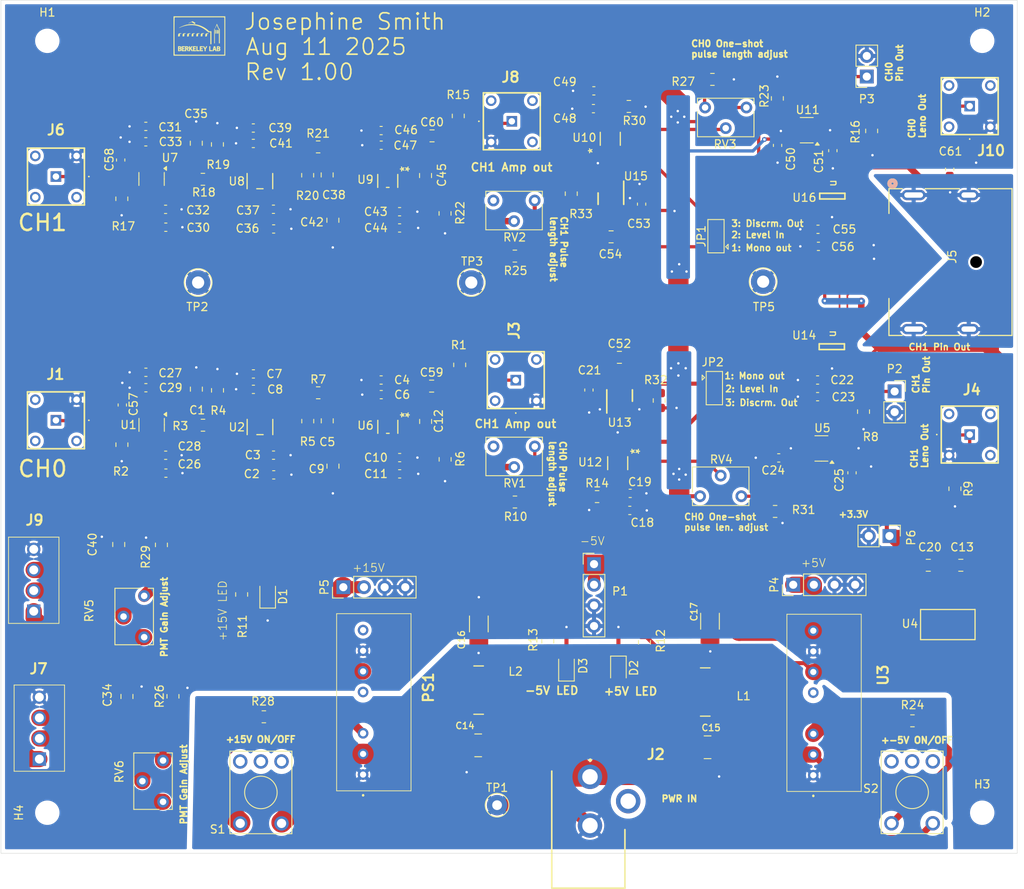
<source format=kicad_pcb>
(kicad_pcb (version 20240108) (generator "pcbnew") (generator_version "8.0")
  (layers (0 "F.Cu" signal) (31 "B.Cu" signal) (34 "B.Paste" user) (35 "F.Paste" user) (36 "B.SilkS" user "B.Silkscreen") (37 "F.SilkS" user "F.Silkscreen") (38 "B.Mask" user) (39 "F.Mask" user) (44 "Edge.Cuts" user))
  (net 0 "")
  (net 1 "GND")
  (net 2 "+5V")
  (net 3 "Net-(U2-+IN)")
  (net 4 "Net-(U2--IN)")
  (net 5 "/ch0/AMP_OUT")
  (net 6 "-5V")
  (net 7 "Net-(D1-A)")
  (net 8 "Net-(D2-A)")
  (net 9 "Net-(D3-K)")
  (net 10 "/ch0/AMP_IN")
  (net 11 "Net-(J3-In)")
  (net 12 "Net-(PS1-+VIN(VCC))")
  (net 14 "Net-(J7-Pin_3)")
  (net 15 "+15V")
  (net 16 "/discriminator2/DIS_OUT")
  (net 17 "Net-(J7-Pin_2)")
  (net 18 "Net-(S2-NO)")
  (net 19 "Net-(PS1-REMOTE)")
  (net 20 "Net-(U3-REMOTE)")
  (net 21 "Net-(S2-COM)")
  (net 22 "Net-(R26-Pad1)")
  (net 23 "Net-(S1-COM)")
  (net 24 "/output/LVDS_OUT-")
  (net 27 "/output/LVDS_OUT+")
  (net 30 "/monostable/MONO_OUT")
  (net 31 "Net-(J9-Pin_3)")
  (net 32 "Net-(J9-Pin_2)")
  (net 33 "Net-(R29-Pad1)")
  (net 36 "/power2/GND_RAW")
  (net 37 "/power2/VIN_24_RAW")
  (net 47 "Net-(C13-Pad2)")
  (net 48 "Net-(R10-Pad2)")
  (net 49 "Net-(R3-Pad1)")
  (net 50 "+3.3V")
  (net 51 "/jumper/LEVEL_OUT")
  (net 54 "/jumper/LEVEL_IN")
  (net 55 "Net-(U2-OUT)")
  (net 56 "Net-(U6-+IN)")
  (net 57 "Net-(U6--IN)")
  (net 58 "Net-(U8-+IN)")
  (net 59 "Net-(U8-OUT)")
  (net 60 "Net-(U8--IN)")
  (net 61 "Net-(U9-+IN)")
  (net 62 "/ch1/AMP_OUT")
  (net 63 "Net-(U9--IN)")
  (net 64 "Net-(U13-REXT_CEXT)")
  (net 65 "Net-(U13-CEXT)")
  (net 66 "Net-(U15-CEXT)")
  (net 67 "Net-(U15-REXT_CEXT)")
  (net 68 "/output1/LVDS_OUT+")
  (net 69 "/output1/LVDS_OUT-")
  (net 70 "/ch1/AMP_IN")
  (net 71 "Net-(J8-In)")
  (net 72 "/jumper1/LEVEL_OUT")
  (net 73 "/jumper1/LEVEL_IN")
  (net 74 "/discriminator3/DIS_OUT")
  (net 75 "/monostable1/MONO_OUT")
  (net 76 "Net-(U12-LE{slash}HYS)")
  (net 77 "Net-(R18-Pad1)")
  (net 78 "Net-(R25-Pad2)")
  (net 79 "Net-(R27-Pad1)")
  (net 80 "Net-(U10-LE{slash}HYS)")
  (net 81 "Net-(R31-Pad1)")
  (net 82 "Net-(U10-VN)")
  (net 83 "Net-(U12-VN)")
  (net 84 "Net-(U1-VREF)")
  (net 85 "Net-(U7-VREF)")
  (net 86 "Net-(U6-VOUT)")
  (net 87 "Net-(U9-VOUT)")
  (net 90 "Net-(C61-Pad2)")
  (footprint "Resistor_SMD:R_0805_2012Metric" (layer "F.Cu") (at 144.1575 128.102683 -90)
    (property "Reference" "R13")
    (property "Value" "150")
  )
  (footprint "Capacitor_SMD:C_0805_2012Metric" (layer "F.Cu") (at 129.875 96.695)
    (property "Reference" "C59")
    (property "Value" "1u")
  )
  (footprint "Capacitor_SMD:C_0603_1608Metric" (layer "F.Cu") (at 149.22 97.18 -90)
    (property "Reference" "C21")
    (property "Value" "0.1u")
  )
  (footprint "Package_TO_SOT_SMD:SOT-23-6" (layer "F.Cu") (at 177.819691 104.367809 180)
    (property "Reference" "U5")
    (property "Value" "SN74LVC1T45DBV")
  )
  (footprint "Capacitor_SMD:C_0603_1608Metric" (layer "F.Cu") (at 107.95 95.195)
    (property "Reference" "C7")
    (property "Value" "0.01u")
  )
  (footprint "Capacitor_SMD:C_0805_2012Metric" (layer "F.Cu") (at 152.970001 93.155)
    (property "Reference" "C52")
    (property "Value" "28p")
  )
  (footprint "lbnl_logo:lbnl_logo_small" (layer "F.Cu") (at 101.3 53.6)
    (property "Reference" "G***" (hide yes))
    (property "Value" "LOGO" (hide yes))
  )
  (footprint "Capacitor_SMD:C_0603_1608Metric" (layer "F.Cu") (at 97.16 105.205 180)
    (property "Reference" "C28")
    (property "Value" "0.01u")
  )
  (footprint "MountingHole:MountingHole_2.5mm" (layer "F.Cu") (at 197.6 149.2)
    (property "Reference" "H3")
    (property "Value" "MountingHole")
  )
  (footprint "Capacitor_SMD:C_0603_1608Metric" (layer "F.Cu") (at 177.35 97.995 180)
    (property "Reference" "C23")
    (property "Value" "0.01u")
  )
  (footprint "Potentiometer_THT:Potentiometer_Bourns_3266W_Vertical" (layer "F.Cu") (at 94.515 127.595 -90)
    (property "Reference" "RV5")
    (property "Value" "10k")
  )
  (footprint "Resistor_SMD:R_0805_2012Metric" (layer "F.Cu") (at 103.525 66.9525 -90)
    (property "Reference" "R19")
    (property "Value" "49.9")
  )
  (footprint "Potentiometer_THT:Potentiometer_Bourns_3266W_Vertical" (layer "F.Cu") (at 96.835 147.855 -90)
    (property "Reference" "RV6")
    (property "Value" "10k")
  )
  (footprint "Resistor_SMD:R_0805_2012Metric" (layer "F.Cu") (at 140.1125 80.695)
    (property "Reference" "R25")
    (property "Value" "1k")
  )
  (footprint "Capacitor_SMD:C_0603_1608Metric" (layer "F.Cu") (at 107.94 64.93)
    (property "Reference" "C39")
    (property "Value" "0.01u")
  )
  (footprint "Capacitor_SMD:C_0805_2012Metric" (layer "F.Cu") (at 129.925 65.895)
    (property "Reference" "C60")
    (property "Value" "1u")
  )
  (footprint "Resistor_SMD:R_0805_2012Metric" (layer "F.Cu") (at 172.4 61.2875 -90)
    (property "Reference" "R23")
    (property "Value" "50")
  )
  (footprint "Capacitor_SMD:C_0805_2012Metric" (layer "F.Cu") (at 194.965 118.745 180)
    (property "Reference" "C13")
    (property "Value" "0.47u")
  )
  (footprint "Resistor_SMD:R_0805_2012Metric" (layer "F.Cu") (at 189.0175 137.89)
    (property "Reference" "R24")
    (property "Value" "10k")
  )
  (footprint "lt1818:S_5_ADI" (layer "F.Cu") (at 108.749999 71.465 -90)
    (property "Reference" "U8")
    (property "Value" "LT1818CS5-TRMPBF")
  )
  (footprint "Capacitor_SMD:C_0603_1608Metric" (layer "F.Cu") (at 123.675 97.745 180)
    (property "Reference" "C6")
    (property "Value" "1u")
  )
  (footprint "UMJ325KB7106KMHP:CAPC3225X280N" (layer "F.Cu") (at 163.815 141.145 180)
    (property "Reference" "C15")
    (property "Value" "10u")
  )
  (footprint "Capacitor_SMD:C_0603_1608Metric" (layer "F.Cu") (at 94.715 66.63 180)
    (property "Reference" "C33")
    (property "Value" "1u")
  )
  (footprint "Resistor_SMD:R_0805_2012Metric" (layer "F.Cu") (at 114.624998 70.7425 90)
    (property "Reference" "R20")
    (property "Value" "1k")
  )
  (footprint "Connector_PinHeader_2.54mm:PinHeader_1x02_P2.54mm_Vertical" (layer "F.Cu") (at 186.19 115.145 -90)
    (property "Reference" "P6")
    (property "Value" "Header 2")
  )
  (footprint "Capacitor_SMD:C_0805_2012Metric" (layer "F.Cu") (at 117.034998 100.97 90)
    (property "Reference" "C5")
    (property "Value" "10p")
  )
  (footprint "Resistor_SMD:R_0805_2012Metric" (layer "F.Cu") (at 140.1225 110.96)
    (property "Reference" "R10")
    (property "Value" "1k")
  )
  (footprint "Capacitor_SMD:C_0603_1608Metric" (layer "F.Cu") (at 154.25 111.995)
    (property "Reference" "C18")
    (property "Value" "0.01u")
  )
  (footprint "Capacitor_SMD:C_0603_1608Metric" (layer "F.Cu") (at 155.700001 74.299999 90)
    (property "Reference" "C53")
    (property "Value" "0.1u")
  )
  (footprint "Capacitor_SMD:C_0805_2012Metric" (layer "F.Cu") (at 190.965 118.745)
    (property "Reference" "C20")
    (property "Value" "33u")
  )
  (footprint "Resistor_SMD:R_0805_2012Metric" (layer "F.Cu") (at 156.05 128.2325 -90)
    (property "Reference" "R12")
    (property "Value" "150")
  )
  (footprint "inductorps:IND_TCK-047_TRP" (layer "F.Cu") (at 135.655075 134.110075)
    (property "Reference" "L2")
    (property "Value" "10u")
  )
  (footprint "inductorps:IND_TCK-047_TRP" (layer "F.Cu") (at 163.53 134.345 180)
    (property "Reference" "L1")
    (property "Value" "10u")
  )
  (footprint "Capacitor_SMD:C_0603_1608Metric" (layer "F.Cu") (at 123.665002 95.945)
    (property "Reference" "C4")
    (property "Value" "0.01u")
  )
  (footprint "testpt:EPB00250NTN" (layer "F.Cu") (at 83.66 100.905 180)
    (property "Reference" "J1")
    (property "Value" "Conn_Coaxial" (hide yes))
  )
  (footprint "Resistor_SMD:R_0805_2012Metric" (layer "F.Cu") (at 115.922498 97.52)
    (property "Reference" "R7")
    (property "Value" "49.9")
  )
  (footprint "Capacitor_SMD:C_0805_2012Metric_Pad1.18x1.45mm_HandSolder" (layer "F.Cu") (at 100.925 66.8025 -90)
    (property "Reference" "C35")
    (property "Value" "43p")
  )
  (footprint "Resistor_SMD:R_0805_2012Metric" (layer "F.Cu") (at 103.535 97.2175 -90)
    (property "Reference" "R4")
    (property "Value" "49.9")
  )
  (footprint "Resistor_SMD:R_0805_2012Metric" (layer "F.Cu") (at 96.635 116.2375 90)
    (property "Reference" "R29")
    (property "Value" "6.8k")
  )
  (footprint "testpt:EPB00250NTN" (layer "F.Cu") (at 196.06 62.24 90)
    (property "Reference" "J10")
    (property "Value" "Conn_Coaxial" (hide yes))
  )
  (footprint "LED_SMD:LED_0805_2012Metric" (layer "F.Cu") (at 146.46 131.3075 90)
    (property "Reference" "D3")
    (property "Value" "LED")
  )
  (footprint "Capacitor_SMD:C_0805_2012Metric" (layer "F.Cu") (at 92.395 134.895 90)
    (property "Reference" "C34")
    (property "Value" "1n")
  )
  (footprint "MountingHole:MountingHole_2.5mm" (layer "F.Cu") (at 197.6 54.2)
    (property "Reference" "H2")
    (property "Value" "MountingHole")
  )
  (footprint "Capacitor_SMD:C_0603_1608Metric" (layer "F.Cu") (at 172.425 67.07 -90)
    (property "Reference" "C50")
    (property "Value" "0.1u")
  )
  (footprint "Capacitor_SMD:C_0805_2012Metric" (layer "F.Cu") (at 129.134998 101.045 90)
    (property "Reference" "C12")
    (property "Value" "2.2p")
  )
  (footprint "1808Y3K00102KXT:CAPC4520X200N" (layer "F.Cu") (at 164.115 125.633 90)
    (property "Reference" "C17")
    (property "Value" "1n")
  )
  (footprint "adcmp601:KS_6_ADI-M" (layer "F.Cu") (at 152.759999 106.18215 -90)
    (property "Reference" "U12")
    (property "Value" "ADCMP601BKSZ-R2")
  )
  (footprint "Capacitor_SMD:C_0603_1608Metric" (layer "F.Cu") (at 97.15 74.94 180)
    (property "Reference" "C32")
    (property "Value" "0.01u")
  )
  (footprint "ad8038:KS_5_ADI-M" (layer "F.Cu") (at 124.474999 71.44215 -90)
    (property "Reference" "U9")
    (property "Value" "AD8038AKSZ-REEL7")
  )
  (footprint "Resistor_SMD:R_0805_2012Metric" (layer "F.Cu") (at 133.15 63.445 -90)
    (property "Reference" "R15")
    (property "Value" "50")
  )
  (footprint "Capacitor_SMD:C_0603_1608Metric" (layer "F.Cu") (at 107.94 66.83 180)
    (property "Reference" "C41")
    (property "Value" "1u")
  )
  (footprint "Potentiometer_THT:Potentiometer_Bourns_3266W_Vertical" (layer "F.Cu") (at 162.89 110.25 180)
    (property "Reference" "RV4")
    (property "Value" "10k")
  )
  (footprint "Capacitor_SMD:C_0805_2012Metric" (layer "F.Cu") (at 117.024998 70.705 90)
    (property "Reference" "C38")
    (property "Value" "10p")
  )
  (footprint "6-2421:TMR62423" (layer "F.Cu") (at 176.82 144.58 90)
    (property "Reference" "U3")
    (property "Value" "TMR 6-2421WIR" (hide yes))
  )
  (footprint "Capacitor_SMD:C_0805_2012Metric" (layer "F.Cu") (at 151.95 78.324999 180)
    (property "Reference" "C54")
    (property "Value" "28p")
  )
  (footprint "Capacitor_SMD:C_0603_1608Metric" (layer "F.Cu") (at 94.715 64.73)
    (property "Reference" "C31")
    (property "Value" "0.01u")
  )
  (footprint "ad8038:KS_5_ADI-M" (layer "F.Cu") (at 124.484999 101.70715 -90)
    (property "Reference" "U6")
    (property "Value" "AD8038AKSZ-REEL7")
  )
  (footprint "Capacitor_SMD:C_0603_1608Metric" (layer "F.Cu") (at 177.45 79.495 180)
    (property "Reference" "C56")
    (property "Value" "0.01u")
  )
  (footprint "LED_SMD:LED_0805_2012Metric" (layer "F.Cu") (at 152.85 131.6075 -90)
    (property "Reference" "D2")
    (property "Value" "LED")
  )
  (footprint "Capacitor_SMD:C_0603_1608Metric" (layer "F.Cu") (at 110.45 107.62)
    (property "Reference" "C2")
    (property "Value" "1u")
  )
  (footprint "Capacitor_SMD:C_0603_1608Metric" (layer "F.Cu") (at 97.185 107.405)
    (property "Reference" "C26")
    (property "Value" "1u")
  )
  (footprint "Capacitor_SMD:C_0603_1608Metric" (layer "F.Cu") (at 125.932502 75.23 180)
    (property "Reference" "C43")
    (property "Value" "0.01u")
  )
  (footprint "Capacitor_SMD:C_0603_1608Metric" (layer "F.Cu") (at 177.35 95.945 180)
    (property "Reference" "C22")
    (property "Value" "1u")
  )
  (footprint "Capacitor_SMD:C_0603_1608Metric" (layer "F.Cu") (at 91.825 99.02 90)
    (property "Reference" "C57")
    (property "Value" "1u")
  )
  (footprint "Resistor_SMD:R_0805_2012Metric" (layer "F.Cu") (at 154.134998 62.27465 180)
    (property "Reference" "R30")
    (property "Value" "50k")
  )
  (footprint "Capacitor_SMD:C_0603_1608Metric" (layer "F.Cu") (at 125.932502 77.23)
    (property "Reference" "C44")
    (property "Value" "1u")
  )
  (footprint "Package_TO_SOT_SMD:SOT-23-5" (layer "F.Cu") (at 95.435 101.4675 -90)
    (property "Reference" "U1")
    (property "Value" "BUF602xDBV")
  )
  (footprint "lt1818:S_5_ADI" (layer "F.Cu") (at 108.759999 101.73 -90)
    (property "Reference" "U2")
    (property "Value" "LT1818CS5-TRMPBF")
  )
  (footprint "Resistor_SMD:R_0805_2012Metric" (layer "F.Cu") (at 91.775 103.905 -90)
    (property "Reference" "R2")
    (property "Value" "49.9")
  )
  (footprint "Resistor_SMD:R_0805_2012Metric" (layer "F.Cu") (at 131.524998 75.4425 90)
    (property "Reference" "R22")
    (property "Value" "49.9")
  )
  (footprint "Resistor_SMD:R_0805_2012Metric" (layer "F.Cu") (at 147.05 73.012499 -90)
    (property "Reference" "R33")
    (property "Value" "2k")
  )
  (footprint "Resistor_SMD:R_0805_2012Metric" (layer "F.Cu") (at 157.870001 98.4675 90)
    (property "Reference" "R32")
    (property "Value" "2k")
  )
  (footprint "Capacitor_SMD:C_0603_1608Metric" (layer "F.Cu") (at 94.725 94.995)
    (property "Reference" "C27")
    (property "Value" "0.01u")
  )
  (footprint "Potentiometer_THT:Potentiometer_Bourns_3266W_Vertical" (layer "F.Cu") (at 142.5625 104.12)
    (property "Reference" "RV1")
    (property "Value" "1k")
  )
  (footprint "Button_Switch_THT:KSA_Tactile_SPST" (layer "F.Cu") (at 111.41 150.515 180)
    (property "Reference" "S1")
    (property "Value" "BB16AH-FA")
  )
  (footprint "1808Y3K00102KXT:CAPC4520X200N" (layer "F.Cu") (at 135.680075 125.968075 90)
    (property "Reference" "C16")
    (property "Value" "1n")
  )
  (footprint "Resistor_SMD:R_0805_2012Metric" (layer "F.Cu") (at 98.05425 134.872499 90)
    (property "Reference" "R26")
    (property "Value" "6.8k")
  )
  (footprint "Capacitor_SMD:C_0603_1608Metric" (layer "F.Cu") (at 91.625 68.87 90)
    (property "Reference" "C58")
    (property "Value" "1u")
  )
  (footprint "Potentiometer_THT:Potentiometer_Bourns_3266W_Vertical" (layer "F.Cu") (at 142.5525 73.855)
    (property "Reference" "RV2")
    (property "Value" "1k")
  )
  (footprint "testpt:EPB00250NTN" (layer "F.Cu") (at 140.2225 95.96 90)
    (property "Reference" "J3")
    (property "Value" "Conn_Coaxial" (hide yes))
  )
  (footprint "screwterm:1725672" (layer "F.Cu") (at 81.62 142.6 90)
    (property "Reference" "J7")
    (property "Value" "Screw_Terminal_01x04" (hide yes))
  )
  (footprint "Jumper:SolderJumper-3_P1.3mm_Open_Pad1.0x1.5mm" (layer "F.Cu") (at 164.85 78.245 90)
    (property "Reference" "JP1")
    (property "Value" "Jumper_3_Open")
  )
  (footprint "Connector_PinHeader_2.54mm:PinHeader_1x04_P2.54mm_Vertical" (layer "F.Cu") (at 174.35 121.145 90)
    (property "Reference" "P4")
    (property "Value" "Header 4")
  )
  (footprint "ldo:MP04A" (layer "F.Cu") (at 193.365 126.045 180)
    (property "Reference" "U4")
    (property "Value" "LM3940IMP-3.3")
  )
  (footprint "Capacitor_SMD:C_0805_2012Metric" (layer "F.Cu") (at 117.734998 106.545 90)
    (property "Reference" "C9")
    (property "Value" "43p")
  )
  (footprint "TestPoint:TestPoint_Loop_D2.54mm_Drill1.5mm_Beaded" (layer "F.Cu") (at 170.65 83.845)
    (property "Reference" "TP5")
    (property "Value" "TestPoint_Alt")
  )
  (footprint "Capacitor_SMD:C_0603_1608Metric" (layer "F.Cu") (at 125.942502 105.495 180)
    (property "Reference" "C10")
    (property "Value" "0.01u")
  )
  (footprint "Capacitor_SMD:C_0603_1608Metric" (layer "F.Cu") (at 123.665002 65.245)
    (property "Reference" "C46")
    (property "Value" "0.01u")
  )
  (footprint "Connector_PinHeader_2.54mm:PinHeader_1x04_P2.54mm_Vertical" (layer "F.Cu") (at 119.01 121.445 90)
    (property "Reference" "P5")
    (property "Value" "Header 4")
  )
  (footprint "Capacitor_SMD:C_0805_2012Metric" (layer "F.Cu") (at 117.724998 76.28 90)
    (property "Reference" "C42")
    (property "Value" "43p")
  )
  (footprint "tolvds:DBV0005A_L" (layer "F.Cu") (at 179.097502 91.845 90)
    (property "Reference" "U14")
    (property "Value" "SN65LVDS1DBVR")
  )
  (footprint "screwterm:1725672" (layer "F.Cu") (at 80.93 124.401 90)
    (property "Reference" "J9")
    (property "Value" "Screw_Terminal_01x04" (hide yes))
  )
  (footprint "TestPoint:TestPoint_Loop_D2.54mm_Drill1.5mm_Beaded" (layer "F.Cu") (at 101.15 83.945)
    (property "Reference" "TP2")
    (property "Value" "TestPoint_Alt")
  )
  (footprint "MountingHole:MountingHole_2.5mm" (layer "F.Cu") (at 82.6 149.2 90)
    (property "Reference" "H4")
    (property "Value" "MountingHole")
  )
  (footprint "adcmp601:KS_6_ADI-M" (layer "F.Cu") (at 151.849999 66.2575 90)
    (property "Reference" "U10")
    (property "Value" "ADCMP601BKSZ-R2")
  )
  (footprint "oneshot:DCT0008A_L" (layer "F.Cu") (at 152.995002 97.855001 90)
    (property "Reference" "U13")
    (property "Value" "74LVC1G123DCTRE4")
  )
  (footprint "Connector_PinSocket_2.54mm:PinSocket_1x02_P2.54mm_Vertical" (layer "F.Cu") (at 186.825 97.35)
    (property "Reference" "P2")
    (property "Value" "Header 2")
  )
  (footprint "Resistor_SMD:R_0805_2012Metric" (layer "F.Cu") (at 91.765 73.64 -90)
    (property "Reference" "R17")
    (property "Value" "49.9")
  )
  (footprint "Resistor_SMD:R_0805_2012Metric" (layer "F.Cu") (at 194.24 109.3275 -90)
    (property "Reference" "R9")
    (property "Value" "50")
  )
  (footprint "Resistor_SMD:R_0805_2012Metric" (layer "F.Cu") (at 133.325 94.0825 90)
    (property "Reference" "R1")
    (property "Value" "50")
  )
  (footprint "UMJ325KB7106KMHP:CAPC3225X280N" (layer "F.Cu") (at 135.600075 140.910075)
    (property "Reference" "C14")
    (property "Value" "10u")
  )
  (footprint "Resistor_SMD:R_0805_2012Metric" (layer "F.Cu") (at 101.7475 101.505)
    (property "Reference" "R3")
    (property "Value" "49.9")
  )
  (footprint "Connector_PinSocket_2.54mm:PinSocket_1x02_P2.54mm_Vertical" (layer "F.Cu") (at 183.4 58.6 180)
    (property "Reference" "P3")
    (property "Value" "Header 2")
  )
  (footprint "MountingHole:MountingHole_2.5mm" (layer "F.Cu") (at 82.6 54.2)
    (property "Reference" "H1")
    (property "Value" "MountingHole")
  )
  (footprint "Resistor_SMD:R_0805_2012Metric" (layer "F.Cu") (at 101.7375 71.24)
    (property "Reference" "R18")
    (property "Value" "49.9")
  )
  (footprint "Capacitor_SMD:C_0603_1608Metric" (layer "F.Cu") (at 110.44 77.355)
    (property "Reference" "C36")
    (property "Value" "1u")
  )
  (footprint "Capacitor_SMD:C_0603_1608Metric" (layer "F.Cu") (at 179.225 67.72 -90)
    (property "Reference" "C51")
    (property "Value" "0.1u")
  )
  (footprint "Capacitor_SMD:C_0603_1608Metric" (layer "F.Cu") (at 149.774998 62.54465 180)
    (property "Reference" "C48")
    (property "Value" "1u")
  )
  (footprint "Resistor_SMD:R_0805_2012Metric" (layer "F.Cu") (at 164.412497 58.945)
    (property "Reference" "R27")
    (property "Value" "2k")
  )
  (footprint "TestPoint:TestPoint_THTPad_D2.5mm_Drill1.2mm" (layer "F.Cu") (at 137.925 148.27)
    (property "Reference" "TP1")
    (property "Value" "TestPoint_Alt")
  )
  (footprint "LED_SMD:LED_0805_2012Metric" (layer "F.Cu") (at 109.705 122.3285 90)
    (property "Reference" "D1")
    (property "Value" "LED")
  )
  (footprint "Capacitor_SMD:C_0603_1608Metric" (layer "F.Cu") (at 181.582191 107.367809 90)
    (property "Reference" "C25")
    (property "Value" "0.1u")
  )
  (footprint "Capacitor_SMD:C_0603_1608Metric" (layer "F.Cu") (at 123.675 67.045 180)
    (property "Reference" "C47")
    (property "Value" "1u")
  )
  (footprint "Package_TO_SOT_SMD:SOT-23-5" (layer "F.Cu") (at 95.425 71.2025 -90)
    (property "Reference" "U7")
    (property "Value" "BUF602xDBV")
  )
  (footprint "Resistor_SMD:R_0805_2012Metric" (layer "F.Cu") (at 184 65.2875 -90)
    (property "Reference" "R16")
    (property "Value" "50")
  )
  (footprint "Capacitor_SMD:C_0603_1608Metric" (layer "F.Cu") (at 97.175 77.14)
    (property "Reference" "C30")
    (property "Value" "1u")
  )
  (footprint "Connector_PinHeader_2.54mm:PinHeader_1x04_P2.54mm_Vertical" (layer "F.Cu") (at 149.85 118.605)
    (property "Reference" "P1")
    (property "Value" "Header 4")
  )
  (footprint "Resistor_SMD:R_0805_2012Metric" (layer "F.Cu") (at 172.1225 112.12)
    (property "Reference" "R31")
    (property "Value" "2k")
  )
  (footprint "Capacitor_SMD:C_0603_1608Metric" (layer "F.Cu") (at 110.425 105.195 180)
    (property "Reference" "C3")
    (property "Value" "0.01u")
  )
  (footprint "testpt:EPB00250NTN" (layer "F.Cu") (at 139.7357 64.104998)
    (property "Reference" "J8")
    (property "Value" "Conn_Coaxial" (hide yes))
  )
  (footprint "Capacitor_SMD:C_0603_1608Metric" (layer "F.Cu") (at 177.4 77.395 180)
    (property "Reference" "C55")
    (property "Value" "1u")
  )
  (footprint "Potentiometer_THT:Potentiometer_Bourns_3266W_Vertical" (layer "F.Cu") (at 168.59 62.405)
    (property "Reference" "RV3")
    (property "Value" "10k")
  )
  (footprint "dsp:CONN_47272-0001_MOL" (layer "F.Cu") (at 179.4316 81.4284 90)
    (property "Reference" "J5")
    (property "Value" "472720001")
  )
  (footprint "Capacitor_SMD:C_0603_1608Metric" (layer "F.Cu") (at 149.824998 60.355 180)
    (property "Reference" "C49")
    (property "Value" "0.01u")
  )
  (footprint "Capacitor_SMD:C_0603_1608Metric" (layer "F.Cu") (at 172.569691 105.532809 180)
    (property "Reference" "C24")
    (property "Value" "0.1u")
  )
  (footprint "Package_TO_SOT_SMD:SOT-23-6" (layer "F.Cu") (at 176.0125 65.2 180)
    (property "Reference" "U11")
    (property "Value" "SN74LVC1T45DBV")
  )
  (footprint "dcjack:PJ-102AH" (layer "F.Cu") (at 153.65 147.779925 180)
    (property "Reference" "J2")
    (property "Value" "Barrel_Jack_Switch_Pin3Ring" (hide yes))
  )
  (footprint "tolvds:DBV0005A_L" (layer "F.Cu") (at 179.160003 73.315001 90)
    (property "Reference" "U16")
    (property "Value" "SN65LVDS1DBVR")
  )
  (footprint "Jumper:SolderJumper-3_P1.3mm_Open_Pad1.0x1.5mm" (layer "F.Cu") (at 164.65 96.945 -90)
    (property "Reference" "JP2")
    (property "Value" "Jumper_3_Open")
  )
  (footprint "Capacitor_SMD:C_0603_1608Metric" (layer "F.Cu") (at 110.415 74.93 180)
    (property "Reference" "C37")
    (property "Value" "0.01u")
  )
  (footprint "Capacitor_SMD:C_0805_2012Metric" (layer "F.Cu") (at 129.124998 70.78 90)
    (property "Reference" "C45")
    (property "Value" "2.2p")
  )
  (footprint "Resistor_SMD:R_0805_2012Metric" (layer "F.Cu") (at 131.534998 105.7075 90)
    (property "Reference" "R6")
    (property "Value" "49.9")
  )
  (footprint "oneshot:DCT0008A_L" (layer "F.Cu") (at 151.924999 73.624998 -90)
    (property "Reference" "U15")
    (property "Value" "74LVC1G123DCTRE4")
  )
  (footprint "testpt:EPB00250NTN" (layer "F.Cu") (at 196.06 102.66)
    (property "Reference" "J4")
    (property "Value" "Conn_Coaxial" (hide yes))
  )
  (footprint "Button_Switch_THT:KSA_Tactile_SPST" (layer "F.Cu") (at 191.52 150.505 180)
    (property "Reference" "S2")
    (property "Value" "BB16AH-FA")
  )
  (footprint "Capacitor_SMD:C_0805_2012Metric_Pad1.18x1.45mm_HandSolder" (layer "F.Cu") (at 100.935 97.0675 -90)
    (property "Reference" "C1")
    (property "Value" "43p")
  )
  (footprint "Capacitor_SMD:C_0603_1608Metric" (layer "F.Cu") (at 94.725 96.895 180)
    (property "Reference" "C29")
    (property "Value" "1u")
  )
  (footprint "Resistor_SMD:R_0805_2012Metric" (layer "F.Cu") (at 109.2375 137.395 180)
    (property "Reference" "R28")
    (property "Value" "10k")
  )
  (footprint "Resistor_SMD:R_0805_2012Metric" (layer "F.Cu") (at 114.634998 101.0075 90)
    (property "Reference" "R5")
    (property "Value" "1k")
  )
  (footprint "Capacitor_SMD:C_0603_1608Metric" (layer "F.Cu") (at 154.3 109.895)
    (property "Reference" "C19")
    (property "Value" "1u")
  )
  (footprint "Capacitor_SMD:C_0603_1608Metric" (layer "F.Cu") (at 193.6 70 -90)
    (property "Reference" "C61")
    (property "Value" "1u")
  )
  (footprint "Capacitor_SMD:C_0805_2012Metric" (layer "F.Cu") (at 91.385 116.1875 90)
    (property "Reference" "C40")
    (property "Value" "1n")
  )
  (footprint "testpt:EPB00250NTN" (layer "F.Cu") (at 83.66 70.905 180)
    (property "Reference" "J6")
    (property "Value" "Conn_Coaxial" (hide yes))
  )
  (footprint "Resistor_SMD:R_0805_2012Metric" (layer "F.Cu") (at 183 99.8375 90)
    (property "Reference" "R8")
    (property "Value" "50")
  )
  (footprint "Capacitor_SMD:C_0603_1608Metric" (layer "F.Cu") (at 125.942502 107.495)
    (property "Reference" "C11")
    (property "Value" "1u")
  )
  (footprint "Resistor_SMD:R_0805_2012Metric" (layer "F.Cu") (at 150.225 110.295)
    (property "Reference" "R14")
    (property "Value" "50k")
  )
  (footprint "TestPoint:TestPoint_Loop_D2.54mm_Drill1.5mm_Beaded" (layer "F.Cu") (at 134.75 83.945)
    (property "Reference" "TP3")
    (property "Value" "TestPoint_Alt")
  )
  (footprint "Capacitor_SMD:C_0603_1608Metric" (layer "F.Cu") (at 107.95 97.095 180)
    (property "Reference" "C8")
    (property "Value" "1u")
  )
  (footprint "Resistor_SMD:R_0805_2012Metric" (layer "F.Cu") (at 106.505 122.3385 -90)
    (property "Reference" "R11")
    (property "Value" "680")
  )
  (footprint "Resistor_SMD:R_0805_2012Metric" (layer "F.Cu") (at 115.912498 67.255)
    (property "Reference" "R21")
    (property "Value" "49.9")
  )
  (footprint "6-2413:TMR62423" (layer "F.Cu") (at 121.44 144.506 90)
    (property "Reference" "PS1")
    (property "Value" "TMR_6-2413WIR" (hide yes))
  )
  (gr_rect (start 76.9 49.2) (end 201.9 154.2) (stroke (width 0.05)) (fill none) (layer "Edge.Cuts"))
  (gr_text "+-5V ON/OFF" (at 185.05 140.745 0) (layer "F.SilkS") (effects (font (size 0.8 0.8) (thickness 0.2) (bold yes)) (justify left bottom)))
  (gr_text "3: Discrm. Out" (at 166.65 77.145 0) (layer "F.SilkS") (effects (font (size 0.8 0.8) (thickness 0.175) (bold yes)) (justify left bottom)))
  (gr_text "+15V\n" (at 120.05 119.645 0) (layer "F.SilkS") (effects (font (size 1 1) (thickness 0.1)) (justify left bottom)))
  (gr_text "+3.3V" (at 179.85 112.945 0) (layer "F.SilkS") (effects (font (size 0.8 0.8) (thickness 0.175) (bold yes)) (justify left bottom)))
  (gr_text "CH1\nLeno Out\n" (at 191 106.9 90) (layer "F.SilkS") (effects (font (size 0.8 0.8) (thickness 0.2) (bold yes)) (justify left bottom)))
  (gr_text "3: Discrm. Out" (at 165.9 99.2 0) (layer "F.SilkS") (effects (font (size 0.8 0.8) (thickness 0.175) (bold yes)) (justify left bottom)))
  (gr_text "CH1 Amp out\n" (at 134.575 70.345 0) (layer "F.SilkS") (effects (font (size 1 1) (thickness 0.2) (bold yes)) (justify left bottom)))
  (gr_text "CH1 Pulse \nlength adjust" (at 144.4 75.7 270) (layer "F.SilkS") (effects (font (size 0.8 0.8) (thickness 0.2) (bold yes)) (justify left bottom)))
  (gr_text "CH1 Pin Out\n" (at 188.45 92.345 0) (layer "F.SilkS") (effects (font (size 0.8 0.8) (thickness 0.175) (bold yes)) (justify left bottom)))
  (gr_text "Rev 1.00" (at 113.6 59.2 0) (layer "F.SilkS") (effects (font (size 2 2) (thickness 0.2)) (justify bottom)))
  (gr_text "Josephine Smith" (at 119.2 53 0) (layer "F.SilkS") (effects (font (size 2 2) (thickness 0.2)) (justify bottom)))
  (gr_text "CH0 One-shot\npulse length adjust\n" (at 161.7 56.3 0) (layer "F.SilkS") (effects (font (size 0.8 0.8) (thickness 0.2) (bold yes)) (justify left bottom)))
  (gr_text "1: Mono out" (at 166.65 80.145 0) (layer "F.SilkS") (effects (font (size 0.8 0.8) (thickness 0.175) (bold yes)) (justify left bottom)))
  (gr_text "CH0 One-shot\npulse len. adjust\n" (at 160.85 114.545 0) (layer "F.SilkS") (effects (font (size 0.8 0.8) (thickness 0.175) (bold yes)) (justify left bottom)))
  (gr_text "PMT Gain Adjust" (at 99.85 150.745 90) (layer "F.SilkS") (effects (font (size 0.8 0.8) (thickness 0.2) (bold yes)) (justify left bottom)))
  (gr_text "CH0 Pulse \nlength adjust" (at 144.25 103.345 270) (layer "F.SilkS") (effects (font (size 0.8 0.8) (thickness 0.2) (bold yes)) (justify left bottom)))
  (gr_text "+15V LED" (at 104.75 128.145 90) (layer "F.SilkS") (effects (font (size 1 1) (thickness 0.1)) (justify left bottom)))
  (gr_text "2: Level In" (at 166.65 78.545 0) (layer "F.SilkS") (effects (font (size 0.8 0.8) (thickness 0.175) (bold yes)) (justify left bottom)))
  (gr_text "CH1" (at 78.8 77.745 0) (layer "F.SilkS") (effects (font (size 2 2) (thickness 0.3)) (justify left bottom)))
  (gr_text "2: Level In" (at 165.9 97.5 0) (layer "F.SilkS") (effects (font (size 0.8 0.8) (thickness 0.175) (bold yes)) (justify left bottom)))
  (gr_text "CH0 \nPin Out\n" (at 187.9 59.345 90) (layer "F.SilkS") (effects (font (size 0.8 0.8) (thickness 0.2) (bold yes)) (justify left bottom)))
  (gr_text "+15V ON/OFF" (at 104.45 140.645 0) (layer "F.SilkS") (effects (font (size 0.8 0.8) (thickness 0.2) (bold yes)) (justify left bottom)))
  (gr_text "CH0\n" (at 78.825 108.045 0) (layer "F.SilkS") (effects (font (size 2 2) (thickness 0.3)) (justify left bottom)))
  (gr_text "PWR IN" (at 158.05 147.945 0) (layer "F.SilkS") (effects (font (size 0.8 0.8) (thickness 0.2) (bold yes)) (justify left bottom)))
  (gr_text "Aug 11 2025" (at 116.9 56.1 0) (layer "F.SilkS") (effects (font (size 2 2) (thickness 0.2)) (justify bottom)))
  (gr_text "+5V" (at 175.25 119.045 0) (layer "F.SilkS") (effects (font (size 1 1) (thickness 0.1)) (justify left bottom)))
  (gr_text "+5V LED\n" (at 150.95 134.845 0) (layer "F.SilkS") (effects (font (size 1 1) (thickness 0.2) (bold yes)) (justify left bottom)))
  (gr_text "CH1 Amp out\n" (at 135.05 101.92 0) (layer "F.SilkS") (effects (font (size 1 1) (thickness 0.2) (bold yes)) (justify left bottom)))
  (gr_text "CH1\nPin Out\n" (at 191.2 97.7 90) (layer "F.SilkS") (effects (font (size 0.8 0.8) (thickness 0.2) (bold yes)) (justify left bottom)))
  (gr_text "-5V" (at 148.05 116.345 0) (layer "F.SilkS") (effects (font (size 1 1) (thickness 0.1)) (justify left bottom)))
  (gr_text "CH0 \nLeno Out\n" (at 190.7 66.3 90) (layer "F.SilkS") (effects (font (size 0.8 0.8) (thickness 0.2) (bold yes)) (justify left bottom)))
  (gr_text "-5V LED" (at 144.65 134.745 0) (layer "F.SilkS") (effects (font (size 1 1) (thickness 0.2) (bold yes)) (justify bottom)))
  (gr_text "PMT Gain Adjust" (at 97.45 130.145 90) (layer "F.SilkS") (effects (font (size 0.8 0.8) (thickness 0.2) (bold yes)) (justify left bottom)))
  (gr_text "1: Mono out" (at 165.8 95.9 0) (layer "F.SilkS") (effects (font (size 0.8 0.8) (thickness 0.175) (bold yes)) (justify left bottom)))
  (segment (start 131.524998 77.894998) (end 131.525 77.895) (width 0.5) (layer "F.Cu") (net 1))
  (segment (start 177.15 65.2) (end 178.884995 65.2) (width 0.4) (layer "F.Cu") (net 1))
  (segment (start 97.95 77.14) (end 99.215 77.14) (width 0.4) (layer "F.Cu") (net 1))
  (segment (start 156.164654 62.27465) (end 156.195 62.304996) (width 0.4) (layer "F.Cu") (net 1))
  (segment (start 126.707502 75.23) (end 128.114996 75.23) (width 0.4) (layer "F.Cu") (net 1))
  (segment (start 107.165 64.93) (end 105.93 64.93) (width 0.4) (layer "F.Cu") (net 1))
  (segment (start 155.047498 62.27465) (end 156.164654 62.27465) (width 0.4) (layer "F.Cu") (net 1))
  (segment (start 105.84 97.095) (end 105.825 97.08) (width 0.4) (layer "F.Cu") (net 1))
  (segment (start 150.9329 69.255) (end 151.849999 68.337901) (width 0.4) (layer "F.Cu") (net 1))
  (segment (start 153.970001 99.555) (end 155.425 99.555) (width 0.4) (layer "F.Cu") (net 1))
  (segment (start 193.625 69.2) (end 196.85 69.2) (width 0.8) (layer "F.Cu") (net 1))
  (segment (start 103.525 64.34) (end 103.515 64.33) (width 0.4) (layer "F.Cu") (net 1))
  (segment (start 96.635 115.325) (end 94.765 115.325) (width 1.5) (layer "F.Cu") (net 1))
  (segment (start 179.097502 93.045) (end 179.097502 94.497502) (width 0.4) (layer "F.Cu") (net 1))
  (segment (start 117.734998 107.495) (end 117.734998 109.885002) (width 0.4) (layer "F.Cu") (net 1))
  (segment (start 117.734998 109.885002) (end 117.725 109.895) (width 0.4) (layer "F.Cu") (net 1))
  (segment (start 149.25 111.945) (end 149.25 110.3575) (width 0.4) (layer "F.Cu") (net 1))
  (segment (start 131.524998 76.355) (end 131.524998 77.894998) (width 0.5) (layer "F.Cu") (net 1))
  (segment (start 122.209998 65.227501) (end 122.209998 65.245) (width 0.4) (layer "F.Cu") (net 1))
  (segment (start 174.059691 104.352809) (end 176.667191 104.352809) (width 0.4) (layer "F.Cu") (net 1))
  (segment (start 174.86 65.185) (end 172.941374 65.185) (width 0.4) (layer "F.Cu") (net 1))
  (segment (start 117.724998 77.23) (end 117.724998 79.620002) (width 0.4) (layer "F.Cu") (net 1))
  (segment (start 150.32 69.255) (end 150.9329 69.255) (width 0.4) (layer "F.Cu") (net 1))
  (segment (start 135.680075 123.926075) (end 135.680075 122.675) (width 2) (layer "F.Cu") (net 1))
  (segment (start 97.935 105.205) (end 99.125 105.205) (width 0.4) (layer "F.Cu") (net 1))
  (segment (start 174.9275 95.945) (end 176.525 95.945) (width 0.4) (layer "F.Cu") (net 1))
  (segment (start 184.391587 80.928401) (end 184.291589 81.028399) (width 0.2) (layer "F.Cu") (net 1))
  (segment (start 99.835741 133.835) (end 99.835745 133.835004) (width 1.5) (layer "F.Cu") (net 1))
  (segment (start 100.935 94.405) (end 100.925 94.395) (width 0.4) (layer "F.Cu") (net 1))
  (segment (start 109.705 123.266) (end 109.705 125.546) (width 2) (layer "F.Cu") (net 1))
  (segment (start 183.929691 106.592809) (end 183.929693 106.592807) (width 0.5) (layer "F.Cu") (net 1))
  (segment (start 153.010001 71.814999) (end 152.900001 71.924999) (width 0.4) (layer "F.Cu") (net 1))
  (segment (start 122.192499 65.245) (end 122.209998 65.227501) (width 0.4) (layer "F.Cu") (net 1))
  (segment (start 151.849999 68.337901) (end 151.849999 67.47035) (width 0.4) (layer "F.Cu") (net 1))
  (segment (start 91.825 96.295) (end 91.825 98.245) (width 0.4) (layer "F.Cu") (net 1))
  (segment (start 149.25 97.767504) (end 149.25 99.722496) (width 0.4) (layer "F.Cu") (net 1))
  (segment (start 97.96 107.405) (end 99.225 107.405) (width 0.4) (layer "F.Cu") (net 1))
  (segment (start 121.340002 97.745) (end 122.9 97.745) (width 0.4) (layer "F.Cu") (net 1))
  (segment (start 155.445001 71.814999) (end 153.010001 71.814999) (width 0.4) (layer "F.Cu") (net 1))
  (segment (start 93.94 64.73) (end 92.715 64.73) (width 0.4) (layer "F.Cu") (net 1))
  (segment (start 193.6 69.225) (end 193.625 69.2) (width 0.8) (layer "F.Cu") (net 1))
  (segment (start 152.759999 104.9693) (end 152.759999 102.395413) (width 0.4) (layer "F.Cu") (net 1))
  (segment (start 184.1 68.275) (end 184.1 66.7875) (width 0.4) (layer "F.Cu") (net 1))
  (segment (start 173.035 113.544997) (end 173.035003 113.545) (width 0.4) (layer "F.Cu") (net 1))
  (segment (start 146.46 130.37) (end 146.46 126.344992) (width 0.5) (layer "F.Cu") (net 1))
  (segment (start 186.5638 80.928401) (end 184.391587 80.928401) (width 0.2) (layer "F.Cu") (net 1))
  (segment (start 105.94 95.195) (end 105.925 95.18) (width 0.4) (layer "F.Cu") (net 1))
  (segment (start 148.999998 62.54465) (end 147.18035 62.54465) (width 0.4) (layer "F.Cu") (net 1))
  (segment (start 103.535 94.605) (end 103.525 94.595) (width 0.4) (layer "F.Cu") (net 1))
  (segment (start 126.707502 77.23) (end 128.214986 77.23) (width 0.4) (layer "F.Cu") (net 1))
  (segment (start 152.02 99.555) (end 150.564978 99.555) (width 0.4) (layer "F.Cu") (net 1))
  (segment (start 152.85 130.67) (end 152.85 126.345006) (width 0.5) (layer "F.Cu") (net 1))
  (segment (start 167.049997 58.945) (end 167.050002 58.944995) (width 0.4) (layer "F.Cu") (net 1))
  (segment (start 107.165 66.83) (end 105.83 66.83) (width 0.4) (layer "F.Cu") (net 1))
  (segment (start 103.525 66.04) (end 103.525 64.34) (width 0.4) (layer "F.Cu") (net 1))
  (segment (start 154.300001 73.524999) (end 154.27 73.555) (width 0.4) (layer "F.Cu") (net 1))
  (segment (start 194.25 110.25) (end 194.24 110.24) (width 0.4) (layer "F.Cu") (net 1))
  (segment (start 149.049998 60.355) (end 147.27 60.355) (width 0.4) (layer "F.Cu") (net 1))
  (segment (start 100.935 96.03) (end 100.935 94.405) (width 0.4) (layer "F.Cu") (net 1))
  (segment (start 169.74469 105.51281) (end 171.774692 105.51281) (width 0.4) (layer "F.Cu") (net 1))
  (segment (start 94.198149 133.672506) (end 92.454257 133.672506) (width 1.5) (layer "F.Cu") (net 1))
  (segment (start 178.884995 65.2) (end 178.884998 65.199997) (width 0.4) (layer "F.Cu") (net 1))
  (segment (start 175.225 79.495) (end 176.675 79.495) (width 0.4) (layer "F.Cu") (net 1))
  (segment (start 155.025 111.995) (end 156.34 111.995) (width 0.4) (layer "F.Cu") (net 1))
  (segment (start 147.18035 62.54465) (end 147.17 62.555) (width 0.4) (layer "F.Cu") (net 1))
  (segment (start 93.95 96.895) (end 92.725 96.895) (width 0.4) (layer "F.Cu") (net 1))
  (segment (start 186.5638 79.428399) (end 184.333395 79.428399) (width 0.2) (layer "F.Cu") (net 1))
  (segment (start 93.95 94.995) (end 92.725 94.995) (width 0.4) (layer "F.Cu") (net 1))
  (segment (start 91.625 66.095) (end 91.625 68.095) (width 0.4) (layer "F.Cu") (net 1))
  (segment (start 112.625002 107.595) (end 111.25 107.595) (width 0.4) (layer "F.Cu") (net 1))
  (segment (start 105.93 64.93) (end 105.915 64.915) (width 0.4) (layer "F.Cu") (net 1))
  (segment (start 107.175 97.095) (end 105.84 97.095) (width 0.4) (layer "F.Cu") (net 1))
  (segment (start 152.759999 102.395413) (end 152.760007 102.395405) (width 0.4) (layer "F.Cu") (net 1))
  (segment (start 121.240002 65.245) (end 122.890002 65.245) (width 0.4) (layer "F.Cu") (net 1))
  (segment (start 97.925 74.94) (end 99.115 74.94) (width 0.4) (layer "F.Cu") (net 1))
  (segment (start 103.535 96.305) (end 103.535 94.605) (width 0.4) (layer "F.Cu") (net 1))
  (segment (start 149.25 110.3575) (end 149.3125 110.295) (width 0.4) (layer "F.Cu") (net 1))
  (segment (start 91.765 75.65) (end 91.745 75.67) (width 0.4) (layer "F.Cu") (net 1))
  (segment (start 121.240002 65.245) (end 122.192499 65.245) (width 0.4) (layer "F.Cu") (net 1))
  (segment (start 121.340002 67.045) (end 122.9 67.045) (width 0.4) (layer "F.Cu") (net 1))
  (segment (start 172.4 58.6) (end 172.4 60.375) (width 0.4) (layer "F.Cu") (net 1))
  (segment (start 98.05425 133.835) (end 99.835741 133.835) (width 1.5) (layer "F.Cu") (net 1))
  (segment (start 105.83 66.83) (end 105.815 66.815) (width 0.4) (layer "F.Cu") (net 1))
  (segment (start 91.765 74.5525) (end 91.765 75.65) (width 0.4) (layer "F.Cu") (net 1))
  (segment (start 183 100.75) (end 183 101.999994) (width 0.4) (layer "F.Cu") (net 1))
  (segment (start 117.724998 79.620002) (end 117.715 79.63) (width 0.4) (layer "F.Cu") (net 1))
  (segment (start 165.324997 58.945) (end 167.049997 58.945) (width 0.4) (layer "F.Cu") (net 1))
  (segment (start 173.035 112.12) (end 173.035 113.544997) (width 0.4) (layer "F.Cu") (net 1))
  (segment (start 112.525 105.195) (end 111.2 105.195) (width 0.4) (layer "F.Cu") (net 1))
  (segment (start 112.515 74.93) (end 111.19 74.93) (width 0.4) (layer "F.Cu") (net 1))
  (segment (start 184.333395 79.428399) (end 184.249996 79.345) (width 0.2) (layer "F.Cu") (net 1))
  (segment (start 155.075 109.895) (end 156.29 109.895) (width 0.4) (layer "F.Cu") (net 1))
  (segment (start 181.582191 106.592809) (end 183.929691 106.592809) (width 0.5) (layer "F.Cu") (net 1))
  (segment (start 107.175 95.195) (end 105.94 95.195) (width 0.4) (layer "F.Cu") (net 1))
  (segment (start 194.25 111.5) (end 194.25 110.25) (width 0.4) (layer "F.Cu") (net 1))
  (segment (start 126.717502 107.495) (end 128.225 107.495) (width 0.4) (layer "F.Cu") (net 1))
  (segment (start 94.765 115.325) (end 94.745 115.345) (width 1.5) (layer "F.Cu") (net 1))
  (segment (start 121.240002 95.945) (end 122.890002 95.945) (width 0.4) (layer "F.Cu") (net 1))
  (segment (start 91.775 104.8175) (end 91.775 105.915) (width 0.4) (layer "F.Cu") (net 1))
  (segment (start 93.94 66.63) (end 92.715 66.63) (width 0.4) (layer "F.Cu") (net 1))
  (segment (start 172.941374 65.185) (end 172.831023 65.295351) (width 0.4) (layer "F.Cu") (net 1))
  (segment (start 179.225 69.895) (end 179.225 68.495) (width 0.4) (layer "F.Cu") (net 1))
  (segment (start 131.525 108.395) (end 131.525 106.629998) (width 0.4) (layer "F.Cu") (net 1))
  (segment (start 100.925 64.14) (end 100.915 64.13) (width 0.4) (layer "F.Cu") (net 1))
  (segment (start 100.925 65.765) (end 100.925 64.14) (width 0.4) (layer "F.Cu") (net 1))
  (segment (start 174.9275 97.995) (end 176.475 97.995) (width 0.4) (layer "F.Cu") (net 1))
  (segment (start 179.097502 94.497502) (end 179.125 94.525) (width 0.4) (layer "F.Cu") (net 1))
  (segment (start 172.425 69.195) (end 172.425 67.845) (width 0.4) (layer "F.Cu") (net 1))
  (segment (start 179.125 75.895) (end 179.125 74.550004) (width 0.4) (layer "F.Cu") (net 1))
  (segment (start 91.775 105.915) (end 91.755 105.935) (width 0.4) (layer "F.Cu") (net 1))
  (segment (start 126.717502 105.495) (end 128.125 105.495) (width 0.4) (layer "F.Cu") (net 1))
  (segment (start 91.385 115.2375) (end 89.307516 115.2375) (width 1.5) (layer "F.Cu") (net 1))
  (segment (start 178.982191 104.342809) (end 182.389691 104.342809) (width 0.4) (layer "F.Cu") (net 1))
  (segment (start 112.615002 77.33) (end 111.24 77.33) (width 0.4) (layer "F.Cu") (net 1))
  (segment (start 155.700001 73.524999) (end 154.300001 73.524999) (width 0.4) (layer "F.Cu") (net 1))
  (segment (start 175.225 77.395) (end 176.625 77.395) (width 0.4) (layer "F.Cu") (net 1))
  (via (at 92.725 96.895) (size 0.6) (drill 0.3) (layers "F.Cu" "B.Cu") (net 1))
  (via (at 194.25 111.5) (size 0.6) (drill 0.3) (layers "F.Cu" "B.Cu") (net 1))
  (via (at 92.715 66.63) (size 0.6) (drill 0.3) (layers "F.Cu" "B.Cu") (net 1))
  (via (at 147.17 62.555) (size 0.6) (drill 0.3) (layers "F.Cu" "B.Cu") (net 1))
  (via (at 172.831023 65.295351) (size 0.6) (drill 0.3) (layers "F.Cu" "B.Cu") (net 1))
  (via (at 183.929693 106.592807) (size 0.6) (drill 0.3) (layers "F.Cu" "B.Cu") (net 1))
  (via (at 105.925 95.18) (size 0.6) (drill 0.3) (layers "F.Cu" "B.Cu") (net 1))
  (via (at 91.755 105.935) (size 0.6) (drill 0.3) (layers "F.Cu" "B.Cu") (net 1))
  (via (at 99.835745 133.835004) (size 0.6) (drill 0.3) (layers "F.Cu" "B.Cu") (net 1))
  (via (at 128.225 107.495) (size 0.6) (drill 0.3) (layers "F.Cu" "B.Cu") (net 1))
  (via (at 92.715 64.73) (size 0.6) (drill 0.3) (layers "F.Cu" "B.Cu") (net 1))
  (via (at 99.225 107.405) (size 0.6) (drill 0.3) (layers "F.Cu" "B.Cu") (net 1))
  (via (at 156.195 62.304996) (size 0.6) (drill 0.3) (layers "F.Cu" "B.Cu") (net 1))
  (via (at 91.745 75.67) (size 0.6) (drill 0.3) (layers "F.Cu" "B.Cu") (net 1))
  (via (at 150.564978 99.555) (size 0.6) (drill 0.3) (layers "F.Cu" "B.Cu") (net 1))
  (via (at 155.425 99.555) (size 0.6) (drill 0.3) (layers "F.Cu" "B.Cu") (net 1))
  (via (at 154.27 73.555) (size 0.6) (drill 0.3) (layers "F.Cu" "B.Cu") (net 1))
  (via (at 135.680075 122.675) (size 0.6) (drill 0.3) (layers "F.Cu" "B.Cu") (net 1))
  (via (at 146.46 126.344992) (size 0.6) (drill 0.3) (layers "F.Cu" "B.Cu") (net 1))
  (via (at 179.225 69.895) (size 0.6) (drill 0.3) (layers "F.Cu" "B.Cu") (net 1))
  (via (at 156.34 111.995) (size 0.6) (drill 0.3) (layers "F.Cu" "B.Cu") (net 1))
  (via (at 112.525 105.195) (size 0.6) (drill 0.3) (layers "F.Cu" "B.Cu") (net 1))
  (via (at 112.515 74.93) (size 0.6) (drill 0.3) (layers "F.Cu" "B.Cu") (net 1))
  (via (at 184.291589 81.028399) (size 0.5) (drill 0.3) (layers "F.Cu" "B.Cu") (net 1))
  (via (at 128.114996 75.23) (size 0.6) (drill 0.3) (layers "F.Cu" "B.Cu") (net 1))
  (via (at 91.625 66.095) (size 0.6) (drill 0.3) (layers "F.Cu" "B.Cu") (net 1))
  (via (at 117.725 109.895) (size 0.6) (drill 0.3) (layers "F.Cu" "B.Cu") (net 1))
  (via (at 131.525 77.895) (size 0.6) (drill 0.3) (layers "F.Cu" "B.Cu") (net 1))
  (via (at 103.525 94.595) (size 0.6) (drill 0.3) (layers "F.Cu" "B.Cu") (net 1))
  (via (at 105.815 66.815) (size 0.6) (drill 0.3) (layers "F.Cu" "B.Cu") (net 1))
  (via (at 152.760007 102.395405) (size 0.6) (drill 0.3) (layers "F.Cu" "B.Cu") (net 1))
  (via (at 174.9275 97.995) (size 0.6) (drill 0.3) (layers "F.Cu" "B.Cu") (net 1))
  (via (at 100.925 94.395) (size 0.6) (drill 0.3) (layers "F.Cu" "B.Cu") (net 1))
  (via (at 92.725 94.995) (size 0.6) (drill 0.3) (layers "F.Cu" "B.Cu") (net 1))
  (via (at 105.915 64.915) (size 0.6) (drill 0.3) (layers "F.Cu" "B.Cu") (net 1))
  (via (at 89.307516 115.2375) (size 0.6) (drill 0.3) (layers "F.Cu" "B.Cu") (net 1))
  (via (at 121.340002 67.045) (size 0.6) (drill 0.3) (layers "F.Cu" "B.Cu") (net 1))
  (via (at 196.850002 69.2) (size 0.6) (drill 0.3) (layers "F.Cu" "B.Cu") (net 1))
  (via (at 117.715 79.63) (size 0.6) (drill 0.3) (layers "F.Cu" "B.Cu") (net 1))
  (via (at 128.214986 77.23) (size 0.6) (drill 0.3) (layers "F.Cu" "B.Cu") (net 1))
  (via (at 175.225 77.395) (size 0.6) (drill 0.3) (layers "F.Cu" "B.Cu") (net 1))
  (via (at 155.445001 71.814999) (size 0.6) (drill 0.3) (layers "F.Cu" "B.Cu") (net 1))
  (via (at 169.74469 105.51281) (size 0.6) (drill 0.3) (layers "F.Cu" "B.Cu") (net 1))
  (via (at 94.198149 133.672506) (size 0.6) (drill 0.3) (layers "F.Cu" "B.Cu") (net 1))
  (via (at 167.050002 58.944995) (size 0.6) (drill 0.3) (layers "F.Cu" "B.Cu") (net 1))
  (via (at 152.85 126.345006) (size 0.6) (drill 0.3) (layers "F.Cu" "B.Cu") (net 1))
  (via (at 99.115 74.94) (size 0.6) (drill 0.3) (layers "F.Cu" "B.Cu") (net 1))
  (via (at 100.915 64.13) (size 0.6) (drill 0.3) (layers "F.Cu" "B.Cu") (net 1))
  (via (at 128.125 105.495) (size 0.6) (drill 0.3) (layers "F.Cu" "B.Cu") (net 1))
  (via (at 175.225 79.495) (size 0.6) (drill 0.3) (layers "F.Cu" "B.Cu") (net 1))
  (via (at 91.825 96.295) (size 0.6) (drill 0.3) (layers "F.Cu" "B.Cu") (net 1))
  (via (at 147.27 60.355) (size 0.6) (drill 0.3) (layers "F.Cu" "B.Cu") (net 1))
  (via (at 184.1 68.275) (size 0.6) (drill 0.3) (layers "F.Cu" "B.Cu") (net 1))
  (via (at 121.340002 97.745) (size 0.6) (drill 0.3) (layers "F.Cu" "B.Cu") (net 1))
  (via (at 121.240002 65.245) (size 0.6) (drill 0.3) (layers "F.Cu" "B.Cu") (net 1))
  (via (at 109.705 125.546) (size 0.6) (drill 0.3) (layers "F.Cu" "B.Cu") (net 1))
  (via (at 149.25 99.945) (size 0.6) (drill 0.3) (layers "F.Cu" "B.Cu") (net 1))
  (via (at 105.825 97.08) (size 0.6) (drill 0.3) (layers "F.Cu" "B.Cu") (net 1))
  (via (at 172.425 69.195) (size 0.6) (drill 0.3) (layers "F.Cu" "B.Cu") (net 1))
  (via (at 156.29 109.895) (size 0.6) (drill 0.3) (layers "F.Cu" "B.Cu") (net 1))
  (via (at 179.125 94.525) (size 0.6) (drill 0.3) (layers "F.Cu" "B.Cu") (net 1))
  (via (at 121.240002 95.945) (size 0.6) (drill 0.3) (layers "F.Cu" "B.Cu") (net 1))
  (via (at 150.32 69.255) (size 0.6) (drill 0.3) (layers "F.Cu" "B.Cu") (net 1))
  (via (at 112.625002 107.595) (size 0.6) (drill 0.3) (layers "F.Cu" "B.Cu") (net 1))
  (via (at 94.745 115.345) (size 0.6) (drill 0.3) (layers "F.Cu" "B.Cu") (net 1))
  (via (at 179.125 75.895) (size 0.6) (drill 0.3) (layers "F.Cu" "B.Cu") (net 1))
  (via (at 112.615002 77.33) (size 0.6) (drill 0.3) (layers "F.Cu" "B.Cu") (net 1))
  (via (at 182.389691 104.342809) (size 0.6) (drill 0.3) (layers "F.Cu" "B.Cu") (net 1))
  (via (at 172.4 58.6) (size 0.6) (drill 0.3) (layers "F.Cu" "B.Cu") (net 1))
  (via (at 173.035003 113.545) (size 0.6) (drill 0.3) (layers "F.Cu" "B.Cu") (net 1))
  (via (at 99.125 105.205) (size 0.6) (drill 0.3) (layers "F.Cu" "B.Cu") (net 1))
  (via (at 184.249996 79.345) (size 0.5) (drill 0.3) (layers "F.Cu" "B.Cu") (net 1))
  (via (at 149.25 111.945) (size 0.6) (drill 0.3) (layers "F.Cu" "B.Cu") (net 1))
  (via (at 131.525 108.395) (size 0.6) (drill 0.3) (layers "F.Cu" "B.Cu") (net 1))
  (via (at 183 101.999994) (size 0.6) (drill 0.3) (layers "F.Cu" "B.Cu") (net 1))
  (via (at 174.9275 95.945) (size 0.6) (drill 0.3) (layers "F.Cu" "B.Cu") (net 1))
  (via (at 174.059691 104.352809) (size 0.6) (drill 0.3) (layers "F.Cu" "B.Cu") (net 1))
  (via (at 178.884998 65.199997) (size 0.6) (drill 0.3) (layers "F.Cu" "B.Cu") (net 1))
  (via (at 103.515 64.33) (size 0.6) (drill 0.3) (layers "F.Cu" "B.Cu") (net 1))
  (via (at 99.215 77.14) (size 0.6) (drill 0.3) (layers "F.Cu" "B.Cu") (net 1))
  (segment (start 151.600001 72.513171) (end 151.600001 71.924999) (width 0.4) (layer "F.Cu") (net 2))
  (segment (start 160.325 109.695) (end 160.325 111.395) (width 2.5) (layer "F.Cu") (net 2))
  (segment (start 149.22 87.785) (end 149.61 87.395) (width 0.4) (layer "F.Cu") (net 2))
  (segment (start 96.385 109.855) (end 96.525 109.995) (width 0.4) (layer "F.Cu") (net 2))
  (segment (start 102.553376 109.995) (end 108.253376 115.695) (width 2.5) (layer "F.Cu") (net 2))
  (segment (start 96.375 79.59) (end 96.515 79.73) (width 0.4) (layer "F.Cu") (net 2))
  (segment (start 180.618485 127.133662) (end 180.618485 128.513485) (width 2) (layer "F.Cu") (net 2))
  (segment (start 174.925 106.85) (end 174.925 114.695) (width 0.5) (layer "F.Cu") (net 2))
  (segment (start 155.68 57.25) (end 150.75 57.25) (width 2.5) (layer "F.Cu") (net 2))
  (segment (start 162.89 110.25) (end 160.88 110.25) (width 0.5) (layer "F.Cu") (net 2))
  (segment (start 160.15 63.445) (end 160.15 61.72) (width 2.5) (layer "F.Cu") (net 2))
  (segment (start 160.225 93.995) (end 160.225 94.495) (width 2.5) (layer "F.Cu") (net 2))
  (segment (start 160.325 108.495) (end 160.325 109.695) (width 2.5) (layer "F.Cu") (net 2))
  (segment (start 156.05 127.32) (end 159.525 130.795) (width 0.5) (layer "F.Cu") (net 2))
  (segment (start 195.665 122.8446) (end 195.665 124.115) (width 2) (layer "F.Cu") (net 2))
  (segment (start 147.05 72.099999) (end 146.125001 72.099999) (width 0.5) (layer "F.Cu") (net 2))
  (segment (start 172.425 66.295) (end 170.855331 66.295) (width 0.4) (layer "F.Cu") (net 2))
  (segment (start 180.618485 128.513485) (end 177.25197 131.88) (width 2) (layer "F.Cu") (net 2))
  (segment (start 170.855331 66.295) (end 170.805321 66.34501) (width 0.4) (layer "F.Cu") (net 2))
  (segment (start 124.125 87.395) (end 125.124998 86.395002) (width 0.5) (layer "F.Cu") (net 2))
  (segment (start 175.467191 105.532809) (end 173.344691 105.532809) (width 0.5) (layer "F.Cu") (net 2))
  (segment (start 159.999979 99.380005) (end 157.870006 99.380005) (width 0.4) (layer "F.Cu") (net 2))
  (segment (start 176.89 123.405177) (end 180.618485 127.133662) (width 2) (layer "F.Cu") (net 2))
  (segment (start 150.599998 57.684998) (end 150.599998 60.355) (width 0.4) (layer "F.Cu") (net 2))
  (segment (start 146.125 87.395) (end 124.125 87.395) (width 2.5) (layer "F.Cu") (net 2))
  (segment (start 103.233376 79.73) (end 96.515 79.73) (width 2.5) (layer "F.Cu") (net 2))
  (segment (start 109.71 103.04) (end 109.71 115.58) (width 0.4) (layer "F.Cu") (net 2))
  (segment (start 157.325 87.395) (end 160.225 90.295) (width 2.5) (layer "F.Cu") (net 2))
  (segment (start 106.711688 83.208312) (end 109.7 80.22) (width 0.5) (layer "F.Cu") (net 2))
  (segment (start 124.125 87.395) (end 110.898376 87.395) (width 2.5) (layer "F.Cu") (net 2))
  (segment (start 174.925 114.695) (end 173.925 115.695) (width 0.5) (layer "F.Cu") (net 2))
  (segment (start 149.22 96.405) (end 149.22 87.785) (width 0.4) (layer "F.Cu") (net 2))
  (segment (start 149.61 87.395) (end 146.125 87.395) (width 2.5) (layer "F.Cu") (net 2))
  (segment (start 175.735 130.795) (end 176.82 131.88) (width 0.5) (layer "F.Cu") (net 2))
  (segment (start 159.679999 75.074999) (end 159.75 75.145) (width 0.4) (layer "F.Cu") (net 2))
  (segment (start 147.05 72.099999) (end 147.875 72.924999) (width 0.4) (layer "F.Cu") (net 2))
  (segment (start 160.225 90.295) (end 160.225 93.995) (width 2.5) (layer "F.Cu") (net 2))
  (segment (start 108.253376 115.695) (end 173.925 115.695) (width 2.5) (layer "F.Cu") (net 2))
  (segment (start 96.375 72.34) (end 96.375 79.59) (width 0.4) (layer "F.Cu") (net 2))
  (segment (start 147.875 72.924999) (end 151.188173 72.924999) (width 0.4) (layer "F.Cu") (net 2))
  (segment (start 160.225 94.495) (end 160.225 94.695) (width 2.5) (layer "F.Cu") (net 2))
  (segment (start 150.549998 62.544651) (end 150.549998 60.494651) (width 0.4) (layer "F.Cu") (net 2))
  (segment (start 109.7 80.22) (end 109.7 72.775) (width 0.5) (layer "F.Cu") (net 2))
  (segment (start 168.59 62.405) (end 165.99 62.405) (width 0.4) (layer "F.Cu") (net 2))
  (segment (start 175.682191 105.317809) (end 175.467191 105.532809) (width 0.5) (layer "F.Cu") (net 2))
  (segment (start 177.25197 131.88) (end 176.82 131.88) (width 2) (layer "F.Cu") (net 2))
  (segment (start 155.700001 75.074999) (end 159.679999 75.074999) (width 0.4) (layer "F.Cu") (net 2))
  (segment (start 174.35 121.145) (end 176.89 121.145) (width 2) (layer "F.Cu") (net 2))
  (segment (start 151.769999 96.405) (end 152.02 96.154999) (width 0.4) (layer "F.Cu") (net 2))
  (segment (start 153.32 98.966828) (end 153.32 99.555) (width 0.4) (layer "F.Cu") (net 2))
  (segment (start 160.325 107.595) (end 160.325 108.495) (width 2.5) (layer "F.Cu") (net 2))
  (segment (start 153.409998 115.939998) (end 153.425 115.955) (width 0.4) (layer "F.Cu") (net 2))
  (segment (start 160.15 61.72) (end 155.68 57.25) (width 2.5) (layer "F.Cu") (net 2))
  (segment (start 157.045001 98.555) (end 153.731828 98.555) (width 0.4) (layer "F.Cu") (net 2))
  (segment (start 175.125 66.195) (end 172.68 66.195) (width 0.4) (layer "F.Cu") (net 2))
  (segment (start 153.409998 107.395) (end 153.409998 115.939998) (width 0.4) (layer "F.Cu") (net 2))
  (segment (start 195.915 118.745) (end 195.915 122.5946) (width 1) (layer "F.Cu") (net 2))
  (segment (start 96.385 102.605) (end 96.385 109.855) (width 0.4) (layer "F.Cu") (net 2))
  (segment (start 155.700001 75.074999) (end 153.150002 75.074999) (width 0.4) (layer "F.Cu") (net 2))
  (segment (start 150.57 57.655) (end 150.599998 57.684998) (width 0.4) (layer "F.Cu") (net 2))
  (segment (start 149.22 96.405) (end 151.769999 96.405) (width 0.4) (layer "F.Cu") (net 2))
  (segment (start 125.134998 102.92) (end 125.134998 115.204998) (width 0.4) (layer "F.Cu") (net 2))
  (segment (start 144.75 73.55) (end 144.75 87.45) (width 0.5) (layer "F.Cu") (net 2))
  (segment (start 157.870001 99.38) (end 157.045001 98.555) (width 0.4) (layer "F.Cu") (net 2))
  (segment (start 146.125001 72.099999) (end 144.77 73.455) (width 0.5) (layer "F.Cu") (net 2))
  (segment (start 193.525 126.255) (end 182.87697 126.255) (width 2) (layer "F.Cu") (net 2))
  (segment (start 160.325 111.395) (end 160.325 115.135) (width 2.5) (layer "F.Cu") (net 2))
  (segment (start 125.134998 115.204998) (end 125.885 115.955) (width 0.4) (layer "F.Cu") (net 2))
  (segment (start 173.925 115.795) (end 173.925 115.695) (width 2.5) (layer "F.Cu") (net 2))
  (segment (start 176.89 121.145) (end 176.89 123.405177) (width 2) (layer "F.Cu") (net 2))
  (segment (start 151.2 65.044651) (end 151.2 63.194653) (width 0.4) (layer "F.Cu") (net 2))
  (segment (start 176.682191 105.317809) (end 175.682191 105.317809) (width 0.5) (layer "F.Cu") (net 2))
  (segment (start 149.805 87.395) (end 157.325 87.395) (width 2.5) (layer "F.Cu") (net 2))
  (segment (start 159.525 130.795) (end 175.735 130.795) (width 0.5) (layer "F.Cu") (net 2))
  (segment (start 164.25 64.145) (end 160.85 64.145) (width 0.4) (layer "F.Cu") (net 2))
  (segment (start 153.731828 98.555) (end 153.32 98.966828) (width 0.4) (layer "F.Cu") (net 2))
  (segment (start 153.150002 75.074999) (end 152.900001 75.325) (width 0.4) (layer "F.Cu") (net 2))
  (segment (start 160.85 64.145) (end 160.15 63.445) (width 0.4) (layer "F.Cu") (net 2))
  (segment (start 110.898376 87.395) (end 106.711688 83.208312) (width 2.5) (layer "F.Cu") (net 2))
  (segment (start 96.525 109.995) (end 102.553376 109.995) (width 2.5) (layer "F.Cu") (net 2))
  (segment (start 195.665 124.115) (end 193.525 126.255) (width 2) (layer "F.Cu") (net 2))
  (segment (start 151.188173 72.924999) (end 151.600001 72.513171) (width 0.4) (layer "F.Cu") (net 2))
  (segment (start 160.225 82.295) (end 160.225 90.295) (width 2.5) (layer "F.Cu") (net 2))
  (segment (start 159.71 110.25) (end 159.665 110.295) (width 0.8) (layer "F.Cu") (net 2))
  (segment (start 182.87697 126.255) (end 180.618485 128.513485) (width 2) (layer "F.Cu") (net 2))
  (segment (start 106.711688 83.208312) (end 103.233376 79.73) (width 2.5) (layer "F.Cu") (net 2))
  (segment (start 195.915 122.5946) (end 195.665 122.8446) (width 1) (layer "F.Cu") (net 2))
  (segment (start 165.99 62.405) (end 164.25 64.145) (width 0.4) (layer "F.Cu") (net 2))
  (segment (start 125.124998 86.395002) (end 125.124998 72.655) (width 0.5) (layer "F.Cu") (net 2))
  (segment (start 151.2 63.194653) (end 150.549998 62.544651) (width 0.4) (layer "F.Cu") (net 2))
  (segment (start 173.344691 105.532809) (end 174.509691 106.697809) (width 0.5) (layer "F.Cu") (net 2))
  (segment (start 160.88 110.25) (end 160.325 109.695) (width 0.5) (layer "F.Cu") (net 2))
  (via (at 160.325 108.195) (size 0.6) (drill 0.3) (layers "F.Cu" "B.Cu") (net 2))
  (via (at 159.325 94.495) (size 0.6) (drill 0.3) (layers "F.Cu" "B.Cu") (net 2))
  (via (at 159.75 75.145) (size 0.6) (drill 0.3) (layers "F.Cu" "B.Cu") (net 2))
  (via (at 159.425 82.595) (size 0.6) (drill 0.3) (layers "F.Cu" "B.Cu") (net 2))
  (via (at 160.325002 81.695) (size 0.6) (drill 0.3) (layers "F.Cu" "B.Cu") (net 2))
  (via (at 161.225 82.595) (size 0.6) (drill 0.3) (layers "F.Cu" "B.Cu") (net 2))
  (via (at 160.15 62.845) (size 0.6) (drill 0.3) (layers "F.Cu" "B.Cu") (net 2))
  (via (at 160.95 63.545) (size 0.6) (drill 0.3) (layers "F.Cu" "B.Cu") (net 2))
  (via (at 160.224998 95.395) (size 0.6) (drill 0.3) (layers "F.Cu" "B.Cu") (net 2))
  (via (at 160.225 93.895) (size 0.6) (drill 0.3) (layers "F.Cu" "B.Cu") (net 2))
  (via (at 161.125 107.595) (size 0.6) (drill 0.3) (layers "F.Cu" "B.Cu") (net 2))
  (via (at 161.125 94.495) (size 0.6) (drill 0.3) (layers "F.Cu" "B.Cu") (net 2))
  (via (at 159.35 63.545) (size 0.6) (drill 0.3) (layers "F.Cu" "B.Cu") (net 2))
  (via (at 170.805321 66.34501) (size 0.6) (drill 0.3) (layers "F.Cu" "B.Cu") (net 2))
  (via (at 160.325 106.895) (size 0.6) (drill 0.3) (layers "F.Cu" "B.Cu") (net 2))
  (via (at 160.15 64.245) (size 0.6) (drill 0.3) (layers "F.Cu" "B.Cu") (net 2))
  (via (at 159.625 107.495) (size 0.6) (drill 0.3) (layers "F.Cu" "B.Cu") (net 2))
  (via (at 159.999979 99.380005) (size 0.6) (drill 0.3) (layers "F.Cu" "B.Cu") (net 2))
  (segment (start 169.400331 67.75) (end 160 67.75) (width 0.4) (layer "B.Cu") (net 2))
  (segment (start 170.805321 66.34501) (end 169.400331 67.75) (width 0.4) (layer "B.Cu") (net 2))
  (segment (start 107.809998 99.329998) (end 106.61 98.13) (width 0.4) (layer "F.Cu") (net 3))
  (segment (start 107.809998 100.42) (end 107.809998 99.329998) (width 0.4) (layer "F.Cu") (net 3))
  (segment (start 106.61 98.13) (end 103.535 98.13) (width 0.4) (layer "F.Cu") (net 3))
  (segment (start 101.1975 98.105) (end 103.51 98.105) (width 0.4) (layer "F.Cu") (net 3))
  (segment (start 114.634998 101.92) (end 117.034998 101.92) (width 0.4) (layer "F.Cu") (net 4))
  (segment (start 107.809998 104.010002) (end 107.525 104.295) (width 0.4) (layer "F.Cu") (net 4))
  (segment (start 103.915 101.505) (end 102.66 101.505) (width 0.4) (layer "F.Cu") (net 4))
  (segment (start 108.35 101.745) (end 114.459998 101.745) (width 0.4) (layer "F.Cu") (net 4))
  (segment (start 106.025 104.295) (end 104.525 102.795) (width 0.4) (layer "F.Cu") (net 4))
  (segment (start 107.809998 103.04) (end 107.809998 102.285002) (width 0.4) (layer "F.Cu") (net 4))
  (segment (start 104.525 102.095) (end 103.925 101.495) (width 0.4) (layer "F.Cu") (net 4))
  (segment (start 107.809998 102.285002) (end 108.35 101.745) (width 0.4) (layer "F.Cu") (net 4))
  (segment (start 107.809998 103.04) (end 107.809998 104.010002) (width 0.4) (layer "F.Cu") (net 4))
  (segment (start 114.459998 101.745) (end 114.634998 101.92) (width 0.4) (layer "F.Cu") (net 4))
  (segment (start 103.925 101.495) (end 103.915 101.505) (width 0.4) (layer "F.Cu") (net 4))
  (segment (start 107.525 104.295) (end 106.025 104.295) (width 0.4) (layer "F.Cu") (net 4))
  (segment (start 104.525 102.795) (end 104.525 102.095) (width 0.4) (layer "F.Cu") (net 4))
  (segment (start 130.825 96.695) (end 135.875 101.745) (width 0.4) (layer "F.Cu") (net 5))
  (segment (start 148.8857 101.745) (end 152.11 104.9693) (width 0.4) (layer "F.Cu") (net 5))
  (segment (start 135.875 101.745) (end 148.8857 101.745) (width 0.4) (layer "F.Cu") (net 5))
  (segment (start 131.625 96.695) (end 133.325 94.995) (width 0.4) (layer "F.Cu") (net 5))
  (segment (start 130.825 96.695) (end 131.625 96.695) (width 0.4) (layer "F.Cu") (net 5))
  (segment (start 164.6 118.695) (end 172.705 126.8) (width 2.5) (layer "F.Cu") (net 6))
  (segment (start 123.029999 60) (end 83.295 60) (width 2.5) (layer "F.Cu") (net 6))
  (segment (start 108.759999 100.42) (end 108.759999 91.380001) (width 0.4) (layer "F.Cu") (net 6))
  (segment (start 95.185002 90.855002) (end 95.135 90.805) (width 1.5) (layer "F.Cu") (net 6))
  (segment (start 172.705 126.8) (end 176.82 126.8) (width 2.5) (layer "F.Cu") (net 6))
  (segment (start 124.425 90.795) (end 80.05 90.795) (width 2.5) (layer "F.Cu") (net 6))
  (segment (start 108.835 60.09) (end 108.925 60.18) (width 1.5) (layer "F.Cu") (net 6))
  (segment (start 108.925 60.18) (end 108.749999 60.355001) (width 0.5) (layer "F.Cu") (net 6))
  (segment (start 144.11 118.695) (end 147.35 118.695) (width 2.5) (layer "F.Cu") (net 6))
  (segment (start 158.25 118.695) (end 164.6 118.695) (width 2.5) (layer "F.Cu") (net 6))
  (segment (start 124.425 90.795) (end 124.484999 90.854999) (width 0.4) (layer "F.Cu") (net 6))
  (segment (start 144.1575 127.190183) (end 144.1575 118.7425) (width 0.5) (layer "F.Cu") (net 6))
  (segment (start 78.9 64.395) (end 78.9 105.795) (width 2.5) (layer "F.Cu") (net 6))
  (segment (start 95.5 96.995) (end 95.5 95.07) (width 0.4) (layer "F.Cu") (net 6))
  (segment (start 95.5 91.17) (end 95.135 90.805) (width 0.4) (layer "F.Cu") (net 6))
  (segment (start 95.135 90.805) (end 97.535 90.805) (width 2) (layer "F.Cu") (net 6))
  (segment (start 96.825 91.515) (end 97.535 90.805) (width 0.4) (layer "F.Cu") (net 6))
  (segment (start 95.49 66.73) (end 95.49 70) (width 0.4) (layer "F.Cu") (net 6))
  (segment (start 78.9 105.795) (end 86.08 112.975) (width 2.5) (layer "F.Cu") (net 6))
  (segment (start 108.749999 60.355001) (end 108.749999 70.155) (width 0.5) (layer "F.Cu") (net 6))
  (segment (start 109.335 90.805) (end 108.935 91.205) (width 1.5) (layer "F.Cu") (net 6))
  (segment (start 86.08 112.975) (end 101.0975 112.975) (width 2.5) (layer "F.Cu") (net 6))
  (segment (start 124.474999 61.445) (end 123.029999 60) (width 2.5) (layer "F.Cu") (net 6))
  (segment (start 164.496 123.591) (end 164.115 123.591) (width 2.5) (layer "F.Cu") (net 6))
  (segment (start 176.82 126.8) (end 167.705 126.8) (width 2.5) (layer "F.Cu") (net 6))
  (segment (start 167.705 126.8) (end 164.496 123.591) (width 2.5) (layer "F.Cu") (net 6))
  (segment (start 149.85 121.145) (end 149.85 118.605) (width 1.5) (layer "F.Cu") (net 6))
  (segment (start 101.0975 112.975) (end 106.8175 118.695) (width 2.5) (layer "F.Cu") (net 6))
  (segment (start 154.85 118.695) (end 158.25 118.695) (width 2.5) (layer "F.Cu") (net 6))
  (segment (start 108.759999 91.380001) (end 108.935 91.205) (width 0.4) (layer "F.Cu") (net 6))
  (segment (start 95.49 60.335) (end 95.49 66.63) (width 0.5) (layer "F.Cu") (net 6))
  (segment (start 95.49 66.73) (end 95.49 64.805) (width 0.4) (layer "F.Cu") (net 6))
  (segment (start 124.474999 60.914999) (end 124.474999 70.2293) (width 0.4) (layer "F.Cu") (net 6))
  (segment (start 83.295 60) (end 78.9 64.395) (width 2.5) (layer "F.Cu") (net 6))
  (segment (start 95.5 96.995) (end 95.5 100.265) (width 0.4) (layer "F.Cu") (net 6))
  (segment (start 124.484999 90.854999) (end 124.484999 100.4943) (width 0.4) (layer "F.Cu") (net 6))
  (segment (start 95.5 95.07) (end 95.5 91.17) (width 0.4) (layer "F.Cu") (net 6))
  (segment (start 106.8175 118.695) (end 144.11 118.695) (width 2.5) (layer "F.Cu") (net 6))
  (segment (start 147.35 118.695) (end 154.85 118.695) (width 2.5) (layer "F.Cu") (net 6))
  (segment (start 144.1575 118.7425) (end 144.11 118.695) (width 0.5) (layer "F.Cu") (net 6))
  (segment (start 109.705 121.391) (end 106.54 121.391) (width 1) (layer "F.Cu") (net 7))
  (segment (start 106.54 121.391) (end 106.505 121.426) (width 1) (layer "F.Cu") (net 7))
  (segment (start 156.05 129.145) (end 156.05 129.345) (width 0.5) (layer "F.Cu") (net 8))
  (segment (start 156.05 129.345) (end 152.85 132.545) (width 0.5) (layer "F.Cu") (net 8))
  (segment (start 144.1575 129.015183) (end 144.1575 129.9425) (width 0.4) (layer "F.Cu") (net 9))
  (segment (start 144.1575 129.9425) (end 146.46 132.245) (width 0.4) (layer "F.Cu") (net 9))
  (segment (start 92.825 100.945) (end 94.485 102.605) (width 0.4) (layer "F.Cu") (net 10))
  (segment (start 91.725 100.945) (end 91.85 101.07) (width 0.4) (layer "F.Cu") (net 10))
  (segment (start 91.775 102.9925) (end 91.65 102.8675) (width 0.4) (layer "F.Cu") (net 10))
  (segment (start 91.85 101.07) (end 91.975 100.945) (width 0.4) (layer "F.Cu") (net 10))
  (segment (start 83.95 100.945) (end 91.725 100.945) (width 0.4) (layer "F.Cu") (net 10))
  (segment (start 91.775 102.9925) (end 91.775 101.145) (width 0.4) (layer "F.Cu") (net 10))
  (segment (start 83.91 100.905) (end 83.95 100.945) (width 0.4) (layer "F.Cu") (net 10))
  (segment (start 91.975 100.945) (end 92.825 100.945) (width 0.4) (layer "F.Cu") (net 10))
  (segment (start 91.775 101.145) (end 91.85 101.07) (width 0.4) (layer "F.Cu") (net 10))
  (segment (start 133.325 93.17) (end 136.115 95.96) (width 0.4) (layer "F.Cu") (net 11))
  (segment (start 136.115 95.96) (end 140.2225 95.96) (width 0.4) (layer "F.Cu") (net 11))
  (segment (start 125.87415 141.966) (end 121.44 141.966) (width 2.5) (layer "F.Cu") (net 12))
  (segment (start 133.730075 134.110075) (end 125.87415 141.966) (width 2.5) (layer "F.Cu") (net 12))
  (segment (start 119.839 141.966) (end 121.44 141.966) (width 2.5) (layer "F.Cu") (net 12))
  (segment (start 111.41 150.395) (end 119.839 141.966) (width 2.5) (layer "F.Cu") (net 12))
  (segment (start 81.62 137.52) (end 90.706749 137.52) (width 2) (layer "F.Cu") (net 14))
  (segment (start 94.295 137.813249) (end 94.295 145.315) (width 2) (layer "F.Cu") (net 14))
  (segment (start 90.706749 137.52) (end 92.35425 135.872499) (width 2) (layer "F.Cu") (net 14))
  (segment (start 92.35425 135.872499) (end 94.295 137.813249) (width 2) (layer "F.Cu") (net 14))
  (segment (start 78.825 140.901) (end 78.825 133.7785) (width 2) (layer "F.Cu") (net 15))
  (segment (start 81.93675 130.66675) (end 99.08925 130.66675) (width 2) (layer "F.Cu") (net 15))
  (segment (start 121.429 131.795) (end 121.44 131.806) (width 2) (layer "F.Cu") (net 15))
  (segment (start 100.548 129.208) (end 103.135 131.795) (width 2) (layer "F.Cu") (net 15))
  (segment (start 112.95 131.795) (end 121.429 131.795) (width 2) (layer "F.Cu") (net 15))
  (segment (start 80.524 142.6) (end 78.825 140.901) (width 2) (layer "F.Cu") (net 15))
  (segment (start 111.625 128.77) (end 118.95 121.445) (width 2.5) (layer "F.Cu") (net 15))
  (segment (start 78.825 133.7785) (end 84.165 128.4385) (width 2) (layer "F.Cu") (net 15))
  (segment (start 111.625 131.795) (end 112.95 131.795) (width 2) (layer "F.Cu") (net 15))
  (segment (start 111.625 131.555) (end 111.625 128.77) (width 2.5) (layer "F.Cu") (net 15))
  (segment (start 119.01 121.445) (end 121.55 121.445) (width 1.5) (layer "F.Cu") (net 15))
  (segment (start 81.62 142.6) (end 80.524 142.6) (width 2) (layer "F.Cu") (net 15))
  (segment (start 99.08925 130.66675) (end 100.548 129.208) (width 2) (layer "F.Cu") (net 15))
  (segment (start 100.548 129.208) (end 106.505 123.251) (width 2) (layer "F.Cu") (net 15))
  (segment (start 84.165 128.4385) (end 80.93 125.2035) (width 2) (layer "F.Cu") (net 15))
  (segment (start 103.135 131.795) (end 111.625 131.795) (width 2) (layer "F.Cu") (net 15))
  (segment (start 80.93 125.2035) (end 80.93 124.401) (width 2) (layer "F.Cu") (net 15))
  (segment (start 118.95 121.445) (end 119.01 121.445) (width 2.5) (layer "F.Cu") (net 15))
  (segment (start 153.51 104.869298) (end 153.51 101.645002) (width 0.4) (layer "F.Cu") (net 16))
  (segment (start 154.834298 103.545) (end 159.35 103.545) (width 0.5) (layer "F.Cu") (net 16))
  (segment (start 153.409998 104.9693) (end 153.51 104.869298) (width 0.4) (layer "F.Cu") (net 16))
  (segment (start 153.51 101.645002) (end 152.670001 100.805003) (width 0.4) (layer "F.Cu") (net 16))
  (segment (start 152.670001 100.805003) (end 152.670001 99.555) (width 0.4) (layer "F.Cu") (net 16))
  (segment (start 159.35 103.545) (end 164.65 98.245) (width 0.5) (layer "F.Cu") (net 16))
  (segment (start 153.409998 104.9693) (end 154.834298 103.545) (width 0.5) (layer "F.Cu") (net 16))
  (segment (start 92.35 147.855) (end 84.555 140.06) (width 2) (layer "F.Cu") (net 17))
  (segment (start 84.555 140.06) (end 81.62 140.06) (width 2) (layer "F.Cu") (net 17))
  (segment (start 96.835 147.855) (end 92.35 147.855) (width 2) (layer "F.Cu") (net 17))
  (segment (start 178.85 145.65) (end 185.545 152.345) (width 0.8) (layer "F.Cu") (net 18))
  (segment (start 189.68 152.345) (end 191.52 150.505) (width 0.8) (layer "F.Cu") (net 18))
  (segment (start 176.82 142.04) (end 178.85 144.07) (width 0.8) (layer "F.Cu") (net 18))
  (segment (start 178.85 144.07) (end 178.85 145.65) (width 0.8) (layer "F.Cu") (net 18))
  (segment (start 173.15 142.04) (end 176.82 142.04) (width 2) (layer "F.Cu") (net 18))
  (segment (start 165.455 134.345) (end 172.615 141.505) (width 2) (layer "F.Cu") (net 18))
  (segment (start 172.615 141.505) (end 173.15 142.04) (width 2) (layer "F.Cu") (net 18))
  (segment (start 185.545 152.345) (end 189.68 152.345) (width 0.8) (layer "F.Cu") (net 18))
  (segment (start 119.409 137.395) (end 121.44 139.426) (width 1) (layer "F.Cu") (net 19))
  (segment (start 110.15 137.395) (end 119.409 137.395) (width 1) (layer "F.Cu") (net 19))
  (segment (start 176.82 139.5) (end 178.375 137.945) (width 2) (layer "F.Cu") (net 20))
  (segment (start 188.05 137.945) (end 188.105 137.89) (width 2) (layer "F.Cu") (net 20))
  (segment (start 178.375 137.945) (end 188.05 137.945) (width 2) (layer "F.Cu") (net 20))
  (segment (start 193.475 143.47) (end 193.475 141.435) (width 0.8) (layer "F.Cu") (net 21))
  (segment (start 186.44 150.505) (end 193.475 143.47) (width 0.8) (layer "F.Cu") (net 21))
  (segment (start 193.475 141.435) (end 189.93 137.89) (width 0.8) (layer "F.Cu") (net 21))
  (segment (start 96.835 138.845) (end 96.835 142.775) (width 2) (layer "F.Cu") (net 22))
  (segment (start 98.05425 135.784999) (end 98.05425 137.62575) (width 2) (layer "F.Cu") (net 22))
  (segment (start 98.05425 137.62575) (end 96.835 138.845) (width 2) (layer "F.Cu") (net 22))
  (segment (start 102.615 142.7475) (end 107.9575 137.405) (width 2.5) (layer "F.Cu") (net 23))
  (segment (start 106.33 150.395) (end 102.615 146.68) (width 2.5) (layer "F.Cu") (net 23))
  (segment (start 102.615 146.68) (end 102.615 142.7475) (width 2.5) (layer "F.Cu") (net 23))
  (segment (start 186.5638 81.4284) (end 185.117599 81.4284) (width 0.2) (layer "F.Cu") (net 24))
  (segment (start 181.01125 85.534749) (end 181.01125 92.08125) (width 0.2) (layer "F.Cu") (net 24))
  (segment (start 185.117599 81.4284) (end 181.01125 85.534749) (width 0.2) (layer "F.Cu") (net 24))
  (segment (start 180.0475 93.045) (end 181.01125 92.08125) (width 0.2) (layer "F.Cu") (net 24))
  (segment (start 180.0475 83.753261) (end 180.0475 90.645) (width 0.2) (layer "F.Cu") (net 27))
  (segment (start 186.5638 80.428399) (end 183.372362 80.428399) (width 0.2) (layer "F.Cu") (net 27))
  (segment (start 183.372362 80.428399) (end 180.0475 83.753261) (width 0.2) (layer "F.Cu") (net 27))
  (segment (start 164 95.645) (end 164.65 95.645) (width 0.5) (layer "F.Cu") (net 30))
  (segment (start 163.25 96.395) (end 164 95.645) (width 0.5) (layer "F.Cu") (net 30))
  (segment (start 154.210002 96.395) (end 163.25 96.395) (width 0.5) (layer "F.Cu") (net 30))
  (segment (start 153.970001 96.154999) (end 154.210002 96.395) (width 0.5) (layer "F.Cu") (net 30))
  (segment (start 153.970001 96.154999) (end 154.160002 96.345) (width 0.4) (layer "F.Cu") (net 30))
  (segment (start 87.16 119.321) (end 91.975 124.136) (width 2) (layer "F.Cu") (net 31))
  (segment (start 85.45 119.321) (end 80.93 119.321) (width 2) (layer "F.Cu") (net 31))
  (segment (start 87.874 119.321) (end 87.16 119.321) (width 1.5) (layer "F.Cu") (net 31))
  (segment (start 91.975 124.136) (end 91.975 125.055) (width 2) (layer "F.Cu") (net 31))
  (segment (start 85.45 119.321) (end 87.16 119.321) (width 2) (layer "F.Cu") (net 31))
  (segment (start 90.0575 117.1375) (end 87.874 119.321) (width 1.5) (layer "F.Cu") (net 31))
  (segment (start 91.385 117.1375) (end 90.0575 117.1375) (width 1.5) (layer "F.Cu") (net 31))
  (segment (start 85.321 121.861) (end 91.055 127.595) (width 2) (layer "F.Cu") (net 32))
  (segment (start 91.055 127.595) (end 94.515 127.595) (width 2) (layer "F.Cu") (net 32))
  (segment (start 80.93 121.861) (end 85.321 121.861) (width 2) (layer "F.Cu") (net 32))
  (segment (start 96.635 120.395) (end 96.635 117.15) (width 1.5) (layer "F.Cu") (net 33))
  (segment (start 94.515 122.515) (end 96.635 120.395) (width 1.5) (layer "F.Cu") (net 33))
  (segment (start 134.180077 140.910077) (end 134.180075 140.910075) (width 2.5) (layer "F.Cu") (net 36))
  (segment (start 146.840075 148.27) (end 149.35 150.779925) (width 1.5) (layer "F.Cu") (net 36))
  (segment (start 135.65 128.04015) (end 135.680075 128.010075) (width 2) (layer "F.Cu") (net 36))
  (segment (start 165.235 144.745) (end 165.235 141.145) (width 2.5) (layer "F.Cu") (net 36))
  (segment (start 134.180077 144.210075) (end 134.180077 140.910077) (width 2.5) (layer "F.Cu") (net 36))
  (segment (start 164.15 127.71) (end 164.115 127.675) (width 2) (layer "F.Cu") (net 36))
  (segment (start 164.15 129.345) (end 164.15 127.71) (width 2) (layer "F.Cu") (net 36))
  (segment (start 135.65 129.545) (end 135.65 128.04015) (width 2) (layer "F.Cu") (net 36))
  (segment (start 137.925 148.27) (end 146.840075 148.27) (width 1.5) (layer "F.Cu") (net 36))
  (via (at 164.15 129.345) (size 0.6) (drill 0.3) (layers "F.Cu" "B.Cu") (net 36))
  (via (at 135.65 129.545) (size 0.6) (drill 0.3) (layers "F.Cu" "B.Cu") (net 36))
  (via (at 165.235 144.745) (size 0.6) (drill 0.3) (layers "F.Cu" "B.Cu") (net 36))
  (via (at 134.180077 144.210075) (size 0.6) (drill 0.3) (layers "F.Cu" "B.Cu") (net 36))
  (segment (start 149.35 144.779925) (end 149.315075 144.745) (width 2.5) (layer "F.Cu") (net 37))
  (segment (start 149.315075 144.745) (end 140.855 144.745) (width 2.5) (layer "F.Cu") (net 37))
  (segment (start 161.605 134.345) (end 159.784925 134.345) (width 2.5) (layer "F.Cu") (net 37))
  (segment (start 138.68015 134.110075) (end 137.580075 134.110075) (width 2.5) (layer "F.Cu") (net 37))
  (segment (start 159.784925 134.345) (end 149.35 144.779925) (width 2.5) (layer "F.Cu") (net 37))
  (segment (start 150.609925 144.545) (end 158.995 144.545) (width 2.5) (layer "F.Cu") (net 37))
  (segment (start 158.995 144.545) (end 162.395 141.145) (width 2.5) (layer "F.Cu") (net 37))
  (segment (start 149.35 144.779925) (end 138.68015 134.110075) (width 2.5) (layer "F.Cu") (net 37))
  (segment (start 140.855 144.745) (end 137.020075 140.910075) (width 2.5) (layer "F.Cu") (net 37))
  (segment (start 191.915 118.745) (end 194.015 118.745) (width 0.75) (layer "F.Cu") (net 47))
  (segment (start 193.365 122.8446) (end 193.365 121.23) (width 0.5) (layer "F.Cu") (net 47))
  (segment (start 194.015 119.91) (end 194.015 118.745) (width 0.5) (layer "F.Cu") (net 47))
  (segment (start 193.365 121.23) (end 194.05 120.545) (width 0.5) (layer "F.Cu") (net 47))
  (segment (start 194.05 120.545) (end 194.05 119.945) (width 0.5) (layer "F.Cu") (net 47))
  (segment (start 194.05 119.945) (end 194.015 119.91) (width 0.5) (layer "F.Cu") (net 47))
  (segment (start 142.5625 109.4325) (end 141.035 110.96) (width 0.4) (layer "F.Cu") (net 48))
  (segment (start 142.5625 104.12) (end 142.5625 109.4325) (width 0.4) (layer "F.Cu") (net 48))
  (segment (start 97.56 101.505) (end 100.835 101.505) (width 0.4) (layer "F.Cu") (net 49))
  (segment (start 96.385 100.33) (end 97.56 101.505) (width 0.4) (layer "F.Cu") (net 49))
  (segment (start 198.05 91.745) (end 198.85 92.545) (width 1.5) (layer "F.Cu") (net 50))
  (segment (start 186.415 115.145) (end 186.19 115.145) (width 1.5) (layer "F.Cu") (net 50))
  (segment (start 178.43 66.15) (end 179.225 66.945) (width 0.4) (layer "F.Cu") (net 50))
  (segment (start 185.865002 112.401884) (end 185.865002 114.595) (width 0.5) (layer "F.Cu") (net 50))
  (segment (start 178.75 97.995) (end 184.75 91.995) (width 0.4) (layer "F.Cu") (net 50))
  (segment (start 200.3 93.995) (end 198.85 92.545) (width 1.5) (layer "F.Cu") (net 50))
  (segment (start 185 91.745) (end 198.05 91.745) (width 1.5) (layer "F.Cu") (net 50))
  (segment (start 185.865 114.595) (end 185.865002 114.595) (width 0.8) (layer "F.Cu") (net 50))
  (segment (start 182.725 89.97) (end 184.75 91.995) (width 0.8) (layer "F.Cu") (net 50))
  (segment (start 181.582191 108.242809) (end 181.442809 108.242809) (width 1) (layer "F.Cu") (net 50))
  (segment (start 177.15 66.15) (end 178.43 66.15) (width 0.4) (layer "F.Cu") (net 50))
  (segment (start 199.25 80.355) (end 199.25 92.145) (width 0.8) (layer "F.Cu") (net 50))
  (segment (start 200.3 108.02) (end 200.3 93.995) (width 1.5) (layer "F.Cu") (net 50))
  (segment (start 178.125 97.995) (end 178.75 97.995) (width 0.4) (layer "F.Cu") (net 50))
  (segment (start 181.858118 108.395) (end 185.865002 112.401884) (width 0.5) (layer "F.Cu") (net 50))
  (segment (start 178.147501 93.045) (end 178.147501 97.972499) (width 0.4) (layer "F.Cu") (net 50))
  (segment (start 193.175 115.145) (end 200.3 108.02) (width 1.5) (layer "F.Cu") (net 50))
  (segment (start 190.465 119.195) (end 186.415 115.145) (width 1.5) (layer "F.Cu") (net 50))
  (segment (start 188.72 69.825) (end 199.25 80.355) (width 0.8) (layer "F.Cu") (net 50))
  (segment (start 190.465 122.2446) (end 190.465 119.195) (width 1.5) (layer "F.Cu") (net 50))
  (segment (start 178.957191 105.757191) (end 181.442809 108.242809) (width 0.5) (layer "F.Cu") (net 50))
  (segment (start 178.957191 105.317809) (end 178.957191 105.757191) (width 0.5) (layer "F.Cu") (net 50))
  (segment (start 178.225 79.495) (end 178.225 86.200002) (width 0.4) (layer "F.Cu") (net 50))
  (segment (start 191.065 122.8446) (end 190.465 122.2446) (width 1.5) (layer "F.Cu") (net 50))
  (segment (start 179.225 66.945) (end 182.105 69.825) (width 0.4) (layer "F.Cu") (net 50))
  (segment (start 182.105 69.825) (end 188.72 69.825) (width 0.4) (layer "F.Cu") (net 50))
  (segment (start 186.19 115.145) (end 193.175 115.145) (width 1.5) (layer "F.Cu") (net 50))
  (segment (start 199.25 92.145) (end 198.85 92.545) (width 0.8) (layer "F.Cu") (net 50))
  (segment (start 178.210002 74.515001) (end 178.210002 79.39) (width 0.4) (layer "F.Cu") (net 50))
  (segment (start 182.725 86.195) (end 182.725 89.97) (width 0.8) (layer "F.Cu") (net 50))
  (via (at 182.725 86.195) (size 0.6) (drill 0.3) (layers "F.Cu" "B.Cu") (net 50))
  (via (at 178.225 86.200002) (size 0.6) (drill 0.3) (layers "F.Cu" "B.Cu") (net 50))
  (segment (start 178.274998 86.25) (end 178.225 86.200002) (width 0.8) (layer "B.Cu") (net 50))
  (segment (start 182.8 86.25) (end 178.274998 86.25) (width 0.8) (layer "B.Cu") (net 50))
  (segment (start 178.957191 103.417809) (end 179.665 102.71) (width 0.4) (layer "F.Cu") (net 51))
  (segment (start 180.2325 102.71) (end 196.01 102.71) (width 0.4) (layer "F.Cu") (net 51))
  (segment (start 194.24 108.415) (end 196.06 106.595) (width 0.4) (layer "F.Cu") (net 51))
  (segment (start 179.665 102.71) (end 180.5 102.71) (width 0.4) (layer "F.Cu") (net 51))
  (segment (start 196.06 106.595) (end 196.06 102.66) (width 0.4) (layer "F.Cu") (net 51))
  (segment (start 194.21 108.385) (end 194.24 108.415) (width 0.4) (layer "F.Cu") (net 51))
  (segment (start 196.01 102.71) (end 196.06 102.66) (width 0.4) (layer "F.Cu") (net 51))
  (segment (start 169.2875 97.1825) (end 169.05 96.945) (width 0.4) (layer "F.Cu") (net 54))
  (segment (start 169.2875 97.1825) (end 175.522809 103.417809) (width 0.4) (layer "F.Cu") (net 54))
  (segment (start 186.825 97.35) (end 184.575 97.35) (width 0.4) (layer "F.Cu") (net 54))
  (segment (start 180.575 98.925) (end 180.25 99.25) (width 0.4) (layer "F.Cu") (net 54))
  (segment (start 164.65 96.945) (end 169.25 96.945) (width 0.4) (layer "F.Cu") (net 54))
  (segment (start 169.05 96.945) (end 164.65 96.945) (width 0.4) (layer "F.Cu") (net 54))
  (segment (start 180.25 99.25) (end 171.355 99.25) (width 0.4) (layer "F.Cu") (net 54))
  (segment (start 175.55 90.645) (end 178.147501 90.645) (width 0.4) (layer "F.Cu") (net 54))
  (segment (start 171.355 99.25) (end 169.2875 97.1825) (width 0.4) (layer "F.Cu") (net 54))
  (segment (start 169.25 96.945) (end 175.55 90.645) (width 0.4) (layer "F.Cu") (net 54))
  (segment (start 183 98.925) (end 180.575 98.925) (width 0.4) (layer "F.Cu") (net 54))
  (segment (start 175.522809 103.417809) (end 176.682191 103.417809) (width 0.4) (layer "F.Cu") (net 54))
  (segment (start 184.575 97.35) (end 183 98.925) (width 0.4) (layer "F.Cu") (net 54))
  (segment (start 117.034998 100.02) (end 114.709998 100.02) (width 0.4) (layer "F.Cu") (net 55))
  (segment (start 109.71 99.18) (end 111.37 97.52) (width 0.4) (layer "F.Cu") (net 55))
  (segment (start 110.075 100.055) (end 114.594998 100.055) (width 0.4) (layer "F.Cu") (net 55))
  (segment (start 109.71 100.42) (end 110.075 100.055) (width 0.4) (layer "F.Cu") (net 55))
  (segment (start 111.37 97.52) (end 115.009998 97.52) (width 0.4) (layer "F.Cu") (net 55))
  (segment (start 109.71 100.42) (end 109.71 99.18) (width 0.4) (layer "F.Cu") (net 55))
  (segment (start 123.485 99.155) (end 123.825 99.495) (width 0.4) (layer "F.Cu") (net 56))
  (segment (start 120.525 99.155) (end 123.485 99.155) (width 0.4) (layer "F.Cu") (net 56))
  (segment (start 123.835 99.805) (end 123.835 100.4943) (width 0.4) (layer "F.Cu") (net 56))
  (segment (start 120.525 99.155) (end 120.534998 99.164998) (width 0.4) (layer "F.Cu") (net 56))
  (segment (start 116.834998 97.52) (end 118.469998 99.155) (width 0.4) (layer "F.Cu") (net 56))
  (segment (start 123.825 99.495) (end 123.825 99.795) (width 0.4) (layer "F.Cu") (net 56))
  (segment (start 123.825 99.795) (end 123.835 99.805) (width 0.4) (layer "F.Cu") (net 56))
  (segment (start 118.469998 99.155) (end 120.525 99.155) (width 0.4) (layer "F.Cu") (net 56))
  (segment (start 120.534998 99.164998) (end 120.534998 102.795) (width 0.4) (layer "F.Cu") (net 56))
  (segment (start 120.534998 102.795) (end 117.734998 105.595) (width 0.4) (layer "F.Cu") (net 56))
  (segment (start 123.835 102.92) (end 123.835 102.16) (width 0.4) (layer "F.Cu") (net 57))
  (segment (start 124.24 101.755) (end 128.894998 101.755) (width 0.4) (layer "F.Cu") (net 57))
  (segment (start 133.045 104.795) (end 139.21 110.96) (width 0.4) (layer "F.Cu") (net 57))
  (segment (start 131.534998 104.795) (end 133.045 104.795) (width 0.4) (layer "F.Cu") (net 57))
  (segment (start 129.134998 101.995) (end 129.134998 102.395) (width 0.4) (layer "F.Cu") (net 57))
  (segment (start 128.894998 101.755) (end 129.134998 101.995) (width 0.4) (layer "F.Cu") (net 57))
  (segment (start 123.835 102.16) (end 124.24 101.755) (width 0.4) (layer "F.Cu") (net 57))
  (segment (start 129.134998 102.395) (end 131.534998 104.795) (width 0.4) (layer "F.Cu") (net 57))
  (segment (start 101.1875 67.84) (end 103.5 67.84) (width 0.4) (layer "F.Cu") (net 58))
  (segment (start 106.6 67.865) (end 103.525 67.865) (width 0.4) (layer "F.Cu") (net 58))
  (segment (start 107.799998 69.064998) (end 106.6 67.865) (width 0.4) (layer "F.Cu") (net 58))
  (segment (start 107.799998 70.155) (end 107.799998 69.064998) (width 0.4) (layer "F.Cu") (net 58))
  (segment (start 111.36 67.255) (end 114.999998 67.255) (width 0.4) (layer "F.Cu") (net 59))
  (segment (start 110.065 69.79) (end 114.584998 69.79) (width 0.4) (layer "F.Cu") (net 59))
  (segment (start 109.7 70.155) (end 110.065 69.79) (width 0.4) (layer "F.Cu") (net 59))
  (segment (start 117.024998 69.755) (end 114.699998 69.755) (width 0.4) (layer "F.Cu") (net 59))
  (segment (start 109.7 70.155) (end 109.7 68.915) (width 0.4) (layer "F.Cu") (net 59))
  (segment (start 109.7 68.915) (end 111.36 67.255) (width 0.4) (layer "F.Cu") (net 59))
  (segment (start 104.515 72.53) (end 104.515 71.83) (width 0.4) (layer "F.Cu") (net 60))
  (segment (start 114.624998 71.655) (end 117.024998 71.655) (width 0.4) (layer "F.Cu") (net 60))
  (segment (start 108.09 71.655) (end 114.624998 71.655) (width 0.4) (layer "F.Cu") (net 60))
  (segment (start 104.515 71.83) (end 103.915 71.23) (width 0.4) (layer "F.Cu") (net 60))
  (segment (start 103.905 71.24) (end 102.65 71.24) (width 0.4) (layer "F.Cu") (net 60))
  (segment (start 107.799998 72.775) (end 107.799998 71.945002) (width 0.4) (layer "F.Cu") (net 60))
  (segment (start 107.515 74.03) (end 106.015 74.03) (width 0.4) (layer "F.Cu") (net 60))
  (segment (start 103.915 71.23) (end 103.905 71.24) (width 0.4) (layer "F.Cu") (net 60))
  (segment (start 107.799998 72.775) (end 107.799998 73.745002) (width 0.4) (layer "F.Cu") (net 60))
  (segment (start 107.799998 71.945002) (end 108.09 71.655) (width 0.4) (layer "F.Cu") (net 60))
  (segment (start 107.799998 73.745002) (end 107.515 74.03) (width 0.4) (layer "F.Cu") (net 60))
  (segment (start 106.015 74.03) (end 104.515 72.53) (width 0.4) (layer "F.Cu") (net 60))
  (segment (start 123.825 69.643528) (end 123.825 70.2293) (width 0.4) (layer "F.Cu") (net 61))
  (segment (start 120.524998 72.53) (end 117.724998 75.33) (width 0.4) (layer "F.Cu") (net 61))
  (segment (start 120.515 68.89) (end 123.271472 68.89) (width 0.4) (layer "F.Cu") (net 61))
  (segment (start 123.805002 69.62353) (end 123.825 69.643528) (width 0.4) (layer "F.Cu") (net 61))
  (segment (start 120.524998 68.899998) (end 120.524998 72.53) (width 0.4) (layer "F.Cu") (net 61))
  (segment (start 116.824998 67.255) (end 118.459998 68.89) (width 0.4) (layer "F.Cu") (net 61))
  (segment (start 118.459998 68.89) (end 120.515 68.89) (width 0.4) (layer "F.Cu") (net 61))
  (segment (start 120.515 68.89) (end 120.524998 68.899998) (width 0.4) (layer "F.Cu") (net 61))
  (segment (start 123.271472 68.89) (end 123.805002 69.42353) (width 0.4) (layer "F.Cu") (net 61))
  (segment (start 123.805002 69.42353) (end 123.805002 69.62353) (width 0.4) (layer "F.Cu") (net 61))
  (segment (start 152.499998 69.125002) (end 152.499998 67.47035) (width 0.4) (layer "F.Cu") (net 62))
  (segment (start 130.875 65.895) (end 135.535 70.555) (width 0.4) (layer "F.Cu") (net 62))
  (segment (start 151.07 70.555) (end 152.499998 69.125002) (width 0.4) (layer "F.Cu") (net 62))
  (segment (start 130.875 65.895) (end 130.875 64.8075) (width 0.4) (layer "F.Cu") (net 62))
  (segment (start 135.535 70.555) (end 151.07 70.555) (width 0.4) (layer "F.Cu") (net 62))
  (segment (start 130.875 64.8075) (end 133.15 62.5325) (width 0.4) (layer "F.Cu") (net 62))
  (segment (start 128.884998 71.49) (end 129.124998 71.73) (width 0.4) (layer "F.Cu") (net 63))
  (segment (start 123.825 71.87) (end 124.205 71.49) (width 0.4) (layer "F.Cu") (net 63))
  (segment (start 129.124998 71.73) (end 129.124998 72.13) (width 0.5) (layer "F.Cu") (net 63))
  (segment (start 129.124998 72.13) (end 131.524998 74.53) (width 0.5) (layer "F.Cu") (net 63))
  (segment (start 123.825 72.655) (end 123.825 71.87) (width 0.4) (layer "F.Cu") (net 63))
  (segment (start 124.205 71.49) (end 128.884998 71.49) (width 0.4) (layer "F.Cu") (net 63))
  (segment (start 131.524998 74.53) (end 133.035 74.53) (width 0.5) (layer "F.Cu") (net 63))
  (segment (start 133.035 74.53) (end 139.2 80.695) (width 0.5) (layer "F.Cu") (net 63))
  (segment (start 152.670001 96.804999) (end 152.670001 96.154999) (width 0.4) (layer "F.Cu") (net 64))
  (segment (start 152.670001 93.805) (end 152.670001 96.154999) (width 0.4) (layer "F.Cu") (net 64))
  (segment (start 153.420002 97.555) (end 152.670001 96.804999) (width 0.4) (layer "F.Cu") (net 64))
  (segment (start 157.870001 97.555) (end 153.420002 97.555) (width 0.4) (layer "F.Cu") (net 64))
  (segment (start 152.020001 93.155) (end 152.670001 93.805) (width 0.4) (layer "F.Cu") (net 64))
  (segment (start 153.32 93.755001) (end 153.32 96.154999) (width 0.4) (layer "F.Cu") (net 65))
  (segment (start 153.920001 93.155) (end 153.32 93.755001) (width 0.4) (layer "F.Cu") (net 65))
  (segment (start 151 78.324999) (end 151.600001 77.724998) (width 0.4) (layer "F.Cu") (net 66))
  (segment (start 151.600001 77.724998) (end 151.600001 75.325) (width 0.4) (layer "F.Cu") (net 66))
  (segment (start 152.25 74.675) (end 152.25 75.325) (width 0.4) (layer "F.Cu") (net 67))
  (segment (start 152.9 78.324999) (end 152.25 77.674999) (width 0.4) (layer "F.Cu") (net 67))
  (segment (start 147.05 73.924999) (end 151.499999 73.924999) (width 0.4) (layer "F.Cu") (net 67))
  (segment (start 152.25 77.674999) (end 152.25 75.325) (width 0.4) (layer "F.Cu") (net 67))
  (segment (start 151.499999 73.924999) (end 152.25 74.675) (width 0.4) (layer "F.Cu") (net 67))
  (segment (start 181.55 75.360801) (end 185.117599 78.9284) (width 0.2) (layer "F.Cu") (net 68))
  (segment (start 180.110001 72.115001) (end 181.55 73.555) (width 0.2) (layer "F.Cu") (net 68))
  (segment (start 181.55 73.555) (end 181.55 75.360801) (width 0.2) (layer "F.Cu") (net 68))
  (segment (start 185.117599 78.9284) (end 186.5638 78.9284) (width 0.2) (layer "F.Cu") (net 68))
  (segment (start 183.405999 79.975999) (end 180.110001 76.680001) (width 0.2) (layer "F.Cu") (net 69))
  (segment (start 186.325 79.975999) (end 183.405999 79.975999) (width 0.2) (layer "F.Cu") (net 69))
  (segment (start 180.110001 76.680001) (end 180.110001 74.515001) (width 0.2) (layer "F.Cu") (net 69))
  (segment (start 93.04 70.905) (end 94.475 72.34) (width 0.4) (layer "F.Cu") (net 70))
  (segment (start 83.66 70.905) (end 93.04 70.905) (width 0.4) (layer "F.Cu") (net 70))
  (segment (start 91.765 72.7275) (end 91.765 70.97) (width 0.4) (layer "F.Cu") (net 70))
  (segment (start 91.765 70.97) (end 91.7 70.905) (width 0.4) (layer "F.Cu") (net 70))
  (segment (start 133.15 64.3575) (end 139.483198 64.3575) (width 0.4) (layer "F.Cu") (net 71))
  (segment (start 184 63) (end 178.4 63) (width 0.5) (layer "F.Cu") (net 72))
  (segment (start 184 64.375) (end 184 63) (width 0.4) (layer "F.Cu") (net 72))
  (segment (start 184.76 62.24) (end 184 63) (width 0.4) (layer "F.Cu") (net 72))
  (segment (start 178.4 63) (end 177.15 64.25) (width 0.5) (layer "F.Cu") (net 72))
  (segment (start 196.06 62.24) (end 184.76 62.24) (width 0.4) (layer "F.Cu") (net 72))
  (segment (start 170.105321 65.089679) (end 170.105321 69.350321) (width 0.4) (layer "F.Cu") (net 73))
  (segment (start 171.45 70.695) (end 174.459998 70.695) (width 0.4) (layer "F.Cu") (net 73))
  (segment (start 175.879999 72.115001) (end 169.75 78.245) (width 0.4) (layer "F.Cu") (net 73))
  (segment (start 177.395 58.6) (end 175.1975 60.7975) (width 0.4) (layer "F.Cu") (net 73))
  (segment (start 170.105321 69.350321) (end 171.45 70.695) (width 0.4) (layer "F.Cu") (net 73))
  (segment (start 169.75 78.245) (end 164.85 78.245) (width 0.4) (layer "F.Cu") (net 73))
  (segment (start 165.6 78.245) (end 164.85 78.245) (width 0.4) (layer "F.Cu") (net 73))
  (segment (start 164.45 78.245) (end 165.6 78.245) (width 0.4) (layer "F.Cu") (net 73))
  (segment (start 175.1975 60.7975) (end 174.875 61.12) (width 0.4) (layer "F.Cu") (net 73))
  (segment (start 178.210002 72.115001) (end 175.879999 72.115001) (width 0.4) (layer "F.Cu") (net 73))
  (segment (start 174.875 64.25) (end 172.5 64.25) (width 0.4) (layer "F.Cu") (net 73))
  (segment (start 172.5 64.25) (end 172.4 64.25) (width 0.4) (layer "F.Cu") (net 73))
  (segment (start 183.4 58.6) (end 177.395 58.6) (width 0.4) (layer "F.Cu") (net 73))
  (segment (start 167.05 77.845) (end 166.65 78.245) (width 0.4) (layer "F.Cu") (net 73))
  (segment (start 166.65 78.245) (end 165.6 78.245) (width 0.4) (layer "F.Cu") (net 73))
  (segment (start 172.4 64.25) (end 170.945 64.25) (width 0.4) (layer "F.Cu") (net 73))
  (segment (start 172.4 64.25) (end 172.4 62.2) (width 0.4) (layer "F.Cu") (net 73))
  (segment (start 174.459998 70.695) (end 175.879999 72.115001) (width 0.4) (layer "F.Cu") (net 73))
  (segment (start 170.945 64.25) (end 170.105321 65.089679) (width 0.4) (layer "F.Cu") (net 73))
  (segment (start 174.875 61.12) (end 174.875 64.25) (width 0.4) (layer "F.Cu") (net 73))
  (segment (start 151.2 67.47035) (end 151.2 66.5306) (width 0.4) (layer "F.Cu") (net 74))
  (segment (start 151.2 66.5306) (end 151.4956 66.235) (width 0.4) (layer "F.Cu") (net 74))
  (segment (start 152.25 70.55) (end 152.25 71.924999) (width 0.4) (layer "F.Cu") (net 74))
  (segment (start 164.85 76.945) (end 157.25 69.345) (width 0.4) (layer "F.Cu") (net 74))
  (segment (start 151.4956 66.235) (end 152.84182 66.235) (width 0.4) (layer "F.Cu") (net 74))
  (segment (start 153.455 69.345) (end 152.9 69.9) (width 0.4) (layer "F.Cu") (net 74))
  (segment (start 152.84182 66.235) (end 154.295 67.68818) (width 0.4) (layer "F.Cu") (net 74))
  (segment (start 157.25 69.345) (end 153.455 69.345) (width 0.4) (layer "F.Cu") (net 74))
  (segment (start 154.295 67.68818) (end 154.295 68.505) (width 0.4) (layer "F.Cu") (net 74))
  (segment (start 154.295 68.505) (end 152.25 70.55) (width 0.4) (layer "F.Cu") (net 74))
  (segment (start 149.86 79.545) (end 149.82 79.505) (width 0.4) (layer "F.Cu") (net 75))
  (segment (start 164.85 79.545) (end 149.86 79.545) (width 0.4) (layer "F.Cu") (net 75))
  (segment (start 149.37 76.905) (end 150.95 75.325) (width 0.4) (layer "F.Cu") (net 75))
  (segment (start 149.37 79.055) (end 149.37 76.905) (width 0.4) (layer "F.Cu") (net 75))
  (segment (start 149.82 79.505) (end 149.37 79.055) (width 0.4) (layer "F.Cu") (net 75))
  (segment (start 152.759999 108.672501) (end 151.1375 110.295) (width 0.4) (layer "F.Cu") (net 76))
  (segment (start 152.759999 107.395) (end 152.759999 108.672501) (width 0.4) (layer "F.Cu") (net 76))
  (segment (start 97.55 71.24) (end 100.825 71.24) (width 0.4) (layer "F.Cu") (net 77))
  (segment (start 96.375 70.065) (end 97.55 71.24) (width 0.4) (layer "F.Cu") (net 77))
  (segment (start 142.5525 73.855) (end 142.5525 79.1675) (width 0.5) (layer "F.Cu") (net 78))
  (segment (start 142.5525 79.1675) (end 141.025 80.695) (width 0.5) (layer "F.Cu") (net 78))
  (segment (start 163.51 62.605) (end 163.449997 62.544997) (width 0.4) (layer "F.Cu") (net 79))
  (segment (start 163.449997 58.995) (end 163.499997 58.945) (width 0.4) (layer "F.Cu") (net 79))
  (segment (start 163.449997 62.544997) (end 163.449997 58.995) (width 0.4) (layer "F.Cu") (net 79))
  (segment (start 151.849999 63.64715) (end 153.222498 62.274651) (width 0.4) (layer "F.Cu") (net 80))
  (segment (start 151.849999 65.044651) (end 151.849999 63.64715) (width 0.4) (layer "F.Cu") (net 80))
  (segment (start 167.97 110.25) (end 169.34 110.25) (width 0.4) (layer "F.Cu") (net 81))
  (segment (start 169.34 110.25) (end 171.21 112.12) (width 0.4) (layer "F.Cu") (net 81))
  (segment (start 165.89 65.105) (end 152.560348 65.105) (width 0.4) (layer "F.Cu") (net 82))
  (segment (start 152.560348 65.105) (end 152.499998 65.04465) (width 0.4) (layer "F.Cu") (net 82))
  (segment (start 166.05 64.945) (end 165.89 65.105) (width 0.4) (layer "F.Cu") (net 82))
  (segment (start 163.665 105.945) (end 165.43 107.71) (width 0.4) (layer "F.Cu") (net 83))
  (segment (start 152.11 106.45525) (end 152.62025 105.945) (width 0.4) (layer "F.Cu") (net 83))
  (segment (start 152.62025 105.945) (end 163.665 105.945) (width 0.4) (layer "F.Cu") (net 83))
  (segment (start 152.11 107.395) (end 152.11 106.45525) (width 0.4) (layer "F.Cu") (net 83))
  (segment (start 93.55 99.395) (end 92.225 99.395) (width 0.4) (layer "F.Cu") (net 84))
  (segment (start 94.485 100.33) (end 93.55 99.395) (width 0.4) (layer "F.Cu") (net 84))
  (segment (start 92.225 99.395) (end 91.825 99.795) (width 0.4) (layer "F.Cu") (net 84))
  (segment (start 93.605 69.195) (end 92.075 69.195) (width 0.4) (layer "F.Cu") (net 85))
  (segment (start 94.475 70.065) (end 93.605 69.195) (width 0.4) (layer "F.Cu") (net 85))
  (segment (start 92.075 69.195) (end 91.625 69.645) (width 0.4) (layer "F.Cu") (net 85))
  (segment (start 125.534298 100.095) (end 125.134998 100.4943) (width 0.4) (layer "F.Cu") (net 86))
  (segment (start 125.134998 100.485002) (end 125.134998 100.4943) (width 0.4) (layer "F.Cu") (net 86))
  (segment (start 129.134998 100.095) (end 125.534298 100.095) (width 0.4) (layer "F.Cu") (net 86))
  (segment (start 140.0225 106.66) (end 137.055 106.66) (width 0.8) (layer "F.Cu") (net 86))
  (segment (start 130.49 100.095) (end 129.134998 100.095) (width 0.8) (layer "F.Cu") (net 86))
  (segment (start 128.925 96.695) (end 125.134998 100.485002) (width 0.4) (layer "F.Cu") (net 86))
  (segment (start 137.055 106.66) (end 130.49 100.095) (width 0.8) (layer "F.Cu") (net 86))
  (segment (start 129.124998 69.83) (end 130.67 69.83) (width 0.8) (layer "F.Cu") (net 87))
  (segment (start 130.67 69.83) (end 137.235 76.395) (width 0.8) (layer "F.Cu") (net 87))
  (segment (start 125.124998 69.745002) (end 128.975 65.895) (width 0.4) (layer "F.Cu") (net 87))
  (segment (start 125.124998 70.2293) (end 125.124998 69.745002) (width 0.4) (layer "F.Cu") (net 87))
  (segment (start 137.235 76.395) (end 140.0125 76.395) (width 0.8) (layer "F.Cu") (net 87))
  (segment (start 129.124998 69.83) (end 125.524298 69.83) (width 0.4) (layer "F.Cu") (net 87))
  (segment (start 125.524298 69.83) (end 125.124998 70.2293) (width 0.4) (layer "F.Cu") (net 87))
  (segment (start 193.65 72.845) (end 193.65 70.825) (width 0.4) (layer "F.Cu") (net 90))
  (segment (start 193.65 70.825) (end 193.6 70.775) (width 0.4) (layer "F.Cu") (net 90))
  (via (at 193.65 72.845) (size 0.6) (drill 0.3) (layers "F.Cu" "B.Cu") (net 90))
  (zone (net 36) (net_name "/power2/GND_RAW") (layer "B.Cu") (name "GND_RAW") (priority 1) (connect_pads (clearance 0.65)) (min_thickness 0.4) (fill yes (thermal_gap 0.25) (thermal_bridge_width 0.508) (smoothing chamfer))
    (polygon (pts (xy 100.794113 134.849947) (xy 126.194113 134.849947) (xy 132.754113 128.499947) (xy 171.8 128.4) (xy 180.194113 135.049947) (xy 193.194113 135.049947) (xy 193.394113 154.849947) (xy 100.394113 154.449947)))
  )
  (zone (net 2) (net_name "+5V") (layer "B.Cu") (name "GND_RAW") (priority 2) (connect_pads (clearance 0.65)) (min_thickness 0.4) (fill yes (thermal_gap 0.25) (thermal_bridge_width 0.508) (smoothing fillet))
    (polygon (pts (xy 161.81361 92.398457) (xy 161.787012 109.403348) (xy 158.787012 109.398457) (xy 158.787012 92.398457)))
  )
  (zone (net 90) (net_name "Net-(C61-Pad2)") (layer "B.Cu") (name "GND_RAW") (priority 3) (connect_pads (clearance 0.65)) (min_thickness 0.4) (fill yes (thermal_gap 0.25) (thermal_bridge_width 0.508) (smoothing fillet) (island_removal_mode 1) (island_area_min 10))
    (polygon (pts (xy 184 70.6) (xy 202 70.6) (xy 202 92) (xy 182.6 91.8) (xy 193.6 81)))
  )
  (zone (net 2) (net_name "+5V") (layer "B.Cu") (name "GND_RAW") (priority 2) (connect_pads (clearance 0.65)) (min_thickness 0.4) (fill yes (thermal_gap 0.25) (thermal_bridge_width 0.508) (smoothing fillet))
    (polygon (pts (xy 161.65 60.9) (xy 161.65 83.49) (xy 158.75 83.5) (xy 158.75 60.9)))
  )
  (zone (net 1) (net_name "GND") (layer "B.Cu") (name "GND") (connect_pads (clearance 0.4)) (min_thickness 0.25) (fill yes (thermal_gap 0.25) (thermal_bridge_width 0.508))
    (polygon (pts (xy 86.2 49.2) (xy 201.8 49.4) (xy 202 154) (xy 76.9 154) (xy 77.4 49.2)))
  )
)
</source>
